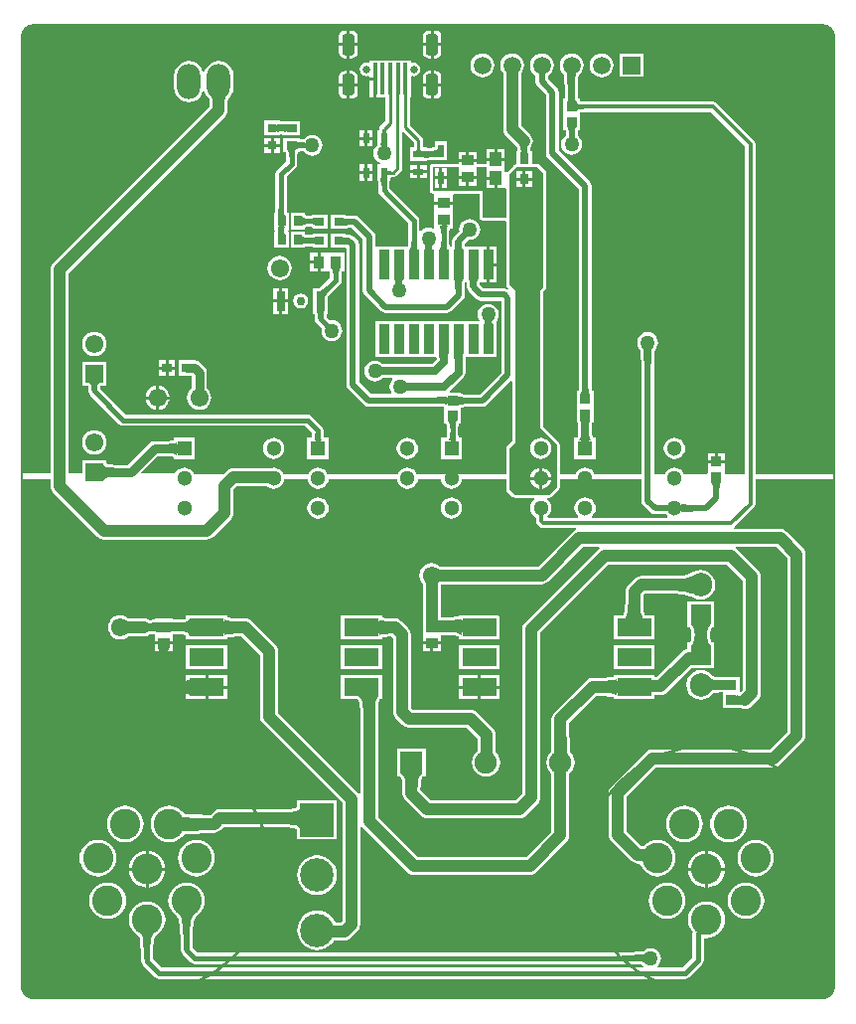
<source format=gtl>
G04*
G04 #@! TF.GenerationSoftware,Altium Limited,Altium Designer,20.0.10 (225)*
G04*
G04 Layer_Physical_Order=1*
G04 Layer_Color=255*
%FSLAX44Y44*%
%MOMM*%
G71*
G01*
G75*
%ADD10C,0.2540*%
%ADD11C,0.2000*%
%ADD17C,1.0000*%
%ADD20R,0.9000X0.8000*%
%ADD21R,0.8000X1.7000*%
%ADD22R,0.9500X0.8500*%
%ADD23R,0.6000X0.9000*%
%ADD24R,0.5010X1.1112*%
%ADD25R,0.9000X0.6000*%
%ADD26R,1.0500X0.9500*%
%ADD27R,1.0121X1.2084*%
%ADD28R,0.8000X0.9000*%
%ADD29R,0.9000X2.5000*%
%ADD30R,3.0000X1.5000*%
%ADD31R,0.7000X0.9000*%
%ADD32R,0.9500X1.0500*%
%ADD33R,0.8000X0.8000*%
%ADD34R,0.9000X0.7000*%
%ADD35R,0.7620X0.7112*%
%ADD36R,0.4064X2.7000*%
%ADD37R,1.0000X0.9000*%
%ADD50C,0.7500*%
%ADD59R,2.8542X2.8542*%
%ADD60C,2.8542*%
%ADD61R,1.3000X1.3000*%
%ADD62C,1.3000*%
%ADD66C,0.4500*%
%ADD67C,0.3540*%
%ADD68C,0.5500*%
%ADD69C,0.7500*%
%ADD70C,0.6500*%
%ADD71C,0.5400*%
%ADD72C,0.7000*%
%ADD73C,0.7540*%
%ADD74C,2.6000*%
%ADD75C,1.5500*%
%ADD76R,1.8000X1.7000*%
%ADD77O,1.9000X2.0000*%
%ADD78R,1.5500X1.5500*%
%ADD79C,1.5000*%
%ADD80R,1.5000X1.5000*%
%ADD81O,2.0000X3.0000*%
%ADD82R,1.9000X1.9000*%
%ADD83C,1.9000*%
%ADD84C,0.6500*%
G04:AMPARAMS|DCode=85|XSize=1.05mm|YSize=1.85mm|CornerRadius=0.2625mm|HoleSize=0mm|Usage=FLASHONLY|Rotation=180.000|XOffset=0mm|YOffset=0mm|HoleType=Round|Shape=RoundedRectangle|*
%AMROUNDEDRECTD85*
21,1,1.0500,1.3250,0,0,180.0*
21,1,0.5250,1.8500,0,0,180.0*
1,1,0.5250,-0.2625,0.6625*
1,1,0.5250,0.2625,0.6625*
1,1,0.5250,0.2625,-0.6625*
1,1,0.5250,-0.2625,-0.6625*
%
%ADD85ROUNDEDRECTD85*%
%ADD86C,1.2700*%
G36*
X857202Y3929012D02*
X856979Y3928201D01*
X856782Y3926960D01*
X856612Y3925289D01*
X856258Y3917696D01*
X856187Y3910780D01*
X856463Y3907455D01*
X856645Y3906565D01*
X856867Y3905836D01*
X857130Y3905269D01*
X857432Y3904864D01*
X857776Y3904620D01*
X858159Y3904539D01*
X848720D01*
X849104Y3904620D01*
X849447Y3904864D01*
X849750Y3905269D01*
X850013Y3905836D01*
X850235Y3906565D01*
X850417Y3907455D01*
X850558Y3908509D01*
X850705Y3910867D01*
X849678Y3929012D01*
X849429Y3929392D01*
X857451D01*
X857202Y3929012D01*
D02*
G37*
G36*
X558305Y3908759D02*
X558125Y3908423D01*
X557967Y3907860D01*
X557830Y3907073D01*
X557714Y3906061D01*
X557492Y3901677D01*
X557450Y3897630D01*
X547450D01*
X547439Y3899766D01*
X546933Y3907860D01*
X546774Y3908423D01*
X546595Y3908759D01*
X546395Y3908872D01*
X558506D01*
X558305Y3908759D01*
D02*
G37*
G36*
X858183Y3903524D02*
X858343Y3903223D01*
X858610Y3902957D01*
X858984Y3902727D01*
X859464Y3902532D01*
X860052Y3902373D01*
X860746Y3902249D01*
X861547Y3902161D01*
X863469Y3902090D01*
Y3898550D01*
X862455Y3898532D01*
X860746Y3898391D01*
X860052Y3898267D01*
X859464Y3898108D01*
X858984Y3897913D01*
X858610Y3897683D01*
X858343Y3897417D01*
X858183Y3897116D01*
X858129Y3896780D01*
Y3903860D01*
X858183Y3903524D01*
D02*
G37*
G36*
X694701Y3880857D02*
X694790Y3879716D01*
X694867Y3879253D01*
X694967Y3878860D01*
X695088Y3878540D01*
X695232Y3878290D01*
X695398Y3878112D01*
X695586Y3878005D01*
X695796Y3877969D01*
X691044D01*
X691254Y3878005D01*
X691442Y3878112D01*
X691608Y3878290D01*
X691752Y3878540D01*
X691873Y3878860D01*
X691973Y3879253D01*
X692050Y3879716D01*
X692106Y3880251D01*
X692150Y3881534D01*
X694690D01*
X694701Y3880857D01*
D02*
G37*
G36*
X855728Y3883101D02*
X857940D01*
X857513Y3883033D01*
X857130Y3882831D01*
X856793Y3882493D01*
X856500Y3882021D01*
X856253Y3881413D01*
X856050Y3880670D01*
X855892Y3879793D01*
X855801Y3878973D01*
X855885Y3874280D01*
X850995D01*
X851032Y3874405D01*
X851065Y3874745D01*
X851120Y3876074D01*
X851135Y3878026D01*
X850987Y3879793D01*
X850830Y3880670D01*
X850628Y3881413D01*
X850380Y3882021D01*
X850088Y3882493D01*
X849750Y3882831D01*
X849368Y3883033D01*
X848940Y3883101D01*
X851174D01*
X851190Y3885247D01*
X855690D01*
X855728Y3883101D01*
D02*
G37*
G36*
X739453Y3857231D02*
X739371Y3857249D01*
X739128Y3857266D01*
X735054Y3857314D01*
X727346Y3857057D01*
Y3862997D01*
X727428Y3862945D01*
X727671Y3862899D01*
X728075Y3862859D01*
X730263Y3862770D01*
X732672Y3862750D01*
X732896Y3862754D01*
X735495Y3862970D01*
X736551Y3863159D01*
X737445Y3863402D01*
X738177Y3863699D01*
X738747Y3864050D01*
X739155Y3864455D01*
X739400Y3864914D01*
X739483Y3865427D01*
X739453Y3857231D01*
D02*
G37*
G36*
X696144Y3868963D02*
X696032Y3868760D01*
X695933Y3868423D01*
X695847Y3867950D01*
X695775Y3867343D01*
X695669Y3865723D01*
X695610Y3862281D01*
X691110D01*
X691102Y3863563D01*
X690829Y3867950D01*
X690728Y3868423D01*
X690611Y3868760D01*
X690479Y3868963D01*
X690331Y3869030D01*
X696270D01*
X696144Y3868963D01*
D02*
G37*
G36*
X724153Y3866809D02*
X724282Y3864733D01*
X724350Y3864348D01*
X724464Y3863926D01*
X724604Y3863581D01*
X724769Y3863312D01*
X724960Y3863120D01*
X725176Y3863004D01*
X725417Y3862966D01*
X724418D01*
X724461Y3862733D01*
X724557Y3862375D01*
X724666Y3862109D01*
X724787Y3861935D01*
X720967D01*
X721088Y3862109D01*
X721197Y3862375D01*
X721293Y3862733D01*
X721336Y3862966D01*
X720337D01*
X720578Y3863004D01*
X720794Y3863120D01*
X720985Y3863312D01*
X721150Y3863581D01*
X721290Y3863926D01*
X721404Y3864348D01*
X721493Y3864848D01*
X721556Y3865424D01*
X721557Y3865448D01*
X721607Y3867810D01*
X724147D01*
X724153Y3866809D01*
D02*
G37*
G36*
X816107Y3867097D02*
X815885Y3866584D01*
X815689Y3865905D01*
X815520Y3865059D01*
X815376Y3864047D01*
X815302Y3863150D01*
X815365Y3862750D01*
X815542Y3862007D01*
X815758Y3861400D01*
X816014Y3860927D01*
X816309Y3860590D01*
X816643Y3860387D01*
X817017Y3860320D01*
X815139D01*
X815050Y3856495D01*
X810550D01*
X810537Y3858338D01*
X810402Y3860320D01*
X809078D01*
X809357Y3860387D01*
X809608Y3860590D01*
X809828Y3860927D01*
X810020Y3861400D01*
X810182Y3862007D01*
X810258Y3862437D01*
X810080Y3865059D01*
X809911Y3865905D01*
X809715Y3866584D01*
X809493Y3867097D01*
X809245Y3867444D01*
X816355D01*
X816107Y3867097D01*
D02*
G37*
G36*
X694996Y3845821D02*
X695184Y3845766D01*
X695454Y3845718D01*
X695807Y3845676D01*
X697361Y3845589D01*
X699657Y3845560D01*
Y3843020D01*
X698810Y3843017D01*
X694996Y3842759D01*
X694890Y3842698D01*
Y3845882D01*
X694996Y3845821D01*
D02*
G37*
G36*
X696133Y3839753D02*
X696011Y3839550D01*
X695903Y3839213D01*
X695809Y3838741D01*
X695730Y3838133D01*
X695615Y3836513D01*
X695550Y3833070D01*
X691050D01*
X691043Y3834353D01*
X690697Y3839213D01*
X690590Y3839550D01*
X690467Y3839753D01*
X690331Y3839821D01*
X696270D01*
X696133Y3839753D01*
D02*
G37*
G36*
X756997Y3849370D02*
Y3841467D01*
X772577D01*
Y3849370D01*
X781316D01*
Y3840698D01*
X788917D01*
Y3839428D01*
X790187D01*
Y3830846D01*
X796518D01*
X797510Y3830176D01*
Y3806190D01*
X777240Y3806190D01*
X777240Y3829050D01*
X735330Y3829050D01*
X735330Y3849370D01*
X756997D01*
D02*
G37*
G36*
X658228Y3805739D02*
X658475Y3805607D01*
X658888Y3805491D01*
X659465Y3805390D01*
X660208Y3805305D01*
X663426Y3805142D01*
X666395Y3805111D01*
Y3799611D01*
X664828Y3799603D01*
X658888Y3799231D01*
X658475Y3799115D01*
X658228Y3798983D01*
X658146Y3798835D01*
Y3805887D01*
X658228Y3805739D01*
D02*
G37*
G36*
X748292Y3799263D02*
X747910Y3799060D01*
X747572Y3798721D01*
X747280Y3798246D01*
X747032Y3797636D01*
X746830Y3796890D01*
X746673Y3796009D01*
X746560Y3794991D01*
X746470Y3792550D01*
X741970D01*
X741947Y3793839D01*
X741768Y3796009D01*
X741610Y3796890D01*
X741407Y3797636D01*
X741160Y3798246D01*
X740867Y3798721D01*
X740530Y3799060D01*
X740147Y3799263D01*
X739720Y3799331D01*
X748720D01*
X748292Y3799263D01*
D02*
G37*
G36*
X658176Y3789647D02*
X658357Y3789438D01*
X658657Y3789254D01*
X659078Y3789094D01*
X659617Y3788959D01*
X660277Y3788848D01*
X661057Y3788762D01*
X662975Y3788664D01*
X664114Y3788652D01*
Y3783152D01*
X658146Y3783015D01*
X658115Y3789880D01*
X658176Y3789647D01*
D02*
G37*
G36*
X759687Y3784816D02*
X759945Y3781251D01*
X760100Y3780380D01*
X760289Y3779667D01*
X760513Y3779113D01*
X760770Y3778716D01*
X761063Y3778479D01*
X761389Y3778399D01*
X752450D01*
X752777Y3778479D01*
X753070Y3778716D01*
X753327Y3779113D01*
X753551Y3779667D01*
X753740Y3780380D01*
X753895Y3781251D01*
X754015Y3782281D01*
X754153Y3784816D01*
X754170Y3786321D01*
X759670D01*
X759687Y3784816D01*
D02*
G37*
G36*
X746492Y3783867D02*
X746670Y3781707D01*
X746825Y3780829D01*
X747025Y3780087D01*
X747269Y3779479D01*
X747558Y3779007D01*
X747890Y3778669D01*
X748268Y3778467D01*
X748689Y3778399D01*
X739751D01*
X740172Y3778467D01*
X740549Y3778669D01*
X740882Y3779007D01*
X741171Y3779479D01*
X741415Y3780087D01*
X741615Y3780829D01*
X741770Y3781707D01*
X741881Y3782719D01*
X741970Y3785150D01*
X746470D01*
X746492Y3783867D01*
D02*
G37*
G36*
X721092D02*
X721270Y3781707D01*
X721425Y3780829D01*
X721625Y3780087D01*
X721869Y3779479D01*
X722158Y3779007D01*
X722490Y3778669D01*
X722868Y3778467D01*
X723289Y3778399D01*
X714351D01*
X714772Y3778467D01*
X715150Y3778669D01*
X715482Y3779007D01*
X715771Y3779479D01*
X716015Y3780087D01*
X716215Y3780829D01*
X716370Y3781707D01*
X716481Y3782719D01*
X716570Y3785150D01*
X721070D01*
X721092Y3783867D01*
D02*
G37*
G36*
X733792D02*
X733839Y3783296D01*
X735284D01*
X734996Y3782921D01*
X734739Y3782245D01*
X734512Y3781265D01*
X734329Y3780076D01*
X734569Y3779479D01*
X734858Y3779007D01*
X735191Y3778669D01*
X735568Y3778467D01*
X735990Y3778399D01*
X734177D01*
X734012Y3776509D01*
X733785Y3769029D01*
X733770Y3765930D01*
X729270D01*
X729255Y3769029D01*
X728699Y3778399D01*
X727050D01*
X727472Y3778467D01*
X727850Y3778669D01*
X728182Y3779007D01*
X728471Y3779479D01*
X728613Y3779834D01*
X728528Y3781265D01*
X728301Y3782245D01*
X728044Y3782921D01*
X727756Y3783296D01*
X729202D01*
X729270Y3785150D01*
X733770D01*
X733792Y3783867D01*
D02*
G37*
G36*
X708384Y3762920D02*
X709035Y3753460D01*
X710590D01*
X710168Y3753393D01*
X709790Y3753191D01*
X709458Y3752853D01*
X709169Y3752380D01*
X709118Y3752253D01*
X709263Y3750143D01*
X709500Y3749503D01*
X709765Y3749160D01*
X708461D01*
X708459Y3749141D01*
X708370Y3746711D01*
X703870D01*
X703848Y3747993D01*
X703752Y3749160D01*
X702475D01*
X702740Y3749503D01*
X702977Y3750143D01*
X703187Y3751080D01*
X703296Y3751821D01*
X703071Y3752380D01*
X702782Y3752853D01*
X702449Y3753191D01*
X702072Y3753393D01*
X701650Y3753460D01*
X703463D01*
X703647Y3755667D01*
X703856Y3762920D01*
X703870Y3765930D01*
X708370D01*
X708384Y3762920D01*
D02*
G37*
G36*
X773772Y3753392D02*
X773488Y3753188D01*
X773238Y3752848D01*
X773021Y3752371D01*
X772838Y3751758D01*
X772687Y3751009D01*
X772570Y3750123D01*
X772437Y3747944D01*
X772420Y3746650D01*
X766920D01*
X766902Y3747944D01*
X766637Y3751009D01*
X766478Y3751758D01*
X766283Y3752371D01*
X766053Y3752848D01*
X765788Y3753188D01*
X765487Y3753392D01*
X765151Y3753460D01*
X774090D01*
X773772Y3753392D01*
D02*
G37*
G36*
X761063Y3753378D02*
X760770Y3753130D01*
X760513Y3752718D01*
X760289Y3752141D01*
X760100Y3751398D01*
X759945Y3750490D01*
X759825Y3749418D01*
X759687Y3746778D01*
X759670Y3745211D01*
X754170D01*
X754153Y3746778D01*
X753895Y3750490D01*
X753740Y3751398D01*
X753551Y3752141D01*
X753327Y3752718D01*
X753070Y3753130D01*
X752777Y3753378D01*
X752450Y3753460D01*
X761389D01*
X761063Y3753378D01*
D02*
G37*
G36*
X784592Y3720607D02*
X784770Y3718447D01*
X784799Y3718284D01*
X785731D01*
X785511Y3717995D01*
X785313Y3717423D01*
X785169Y3716717D01*
X785369Y3716219D01*
X785658Y3715747D01*
X785991Y3715410D01*
X786368Y3715207D01*
X786789Y3715139D01*
X784966D01*
X784756Y3712308D01*
X784570Y3702670D01*
X780070D01*
X780058Y3705504D01*
X779467Y3715139D01*
X777850D01*
X778272Y3715207D01*
X778650Y3715410D01*
X778982Y3715747D01*
X779271Y3716219D01*
X779383Y3716499D01*
X779327Y3717423D01*
X779129Y3717995D01*
X778909Y3718284D01*
X779841D01*
X779870Y3718447D01*
X779981Y3719460D01*
X780070Y3721890D01*
X784570D01*
X784592Y3720607D01*
D02*
G37*
G36*
X748458Y3690128D02*
X748251Y3689912D01*
X748068Y3689552D01*
X747909Y3689048D01*
X747775Y3688400D01*
X747665Y3687608D01*
X747519Y3685592D01*
X747470Y3683000D01*
X740970D01*
X740958Y3684368D01*
X740665Y3688400D01*
X740531Y3689048D01*
X740372Y3689552D01*
X740190Y3689912D01*
X739982Y3690128D01*
X739751Y3690201D01*
X748689D01*
X748458Y3690128D01*
D02*
G37*
G36*
X761158Y3690103D02*
X760950Y3689810D01*
X760768Y3689323D01*
X760609Y3688640D01*
X760475Y3687763D01*
X760280Y3685423D01*
X760170Y3680450D01*
X753670D01*
X753658Y3682303D01*
X753231Y3688640D01*
X753072Y3689323D01*
X752889Y3689810D01*
X752682Y3690103D01*
X752450Y3690201D01*
X761389D01*
X761158Y3690103D01*
D02*
G37*
G36*
X921483Y3693877D02*
X921373Y3693237D01*
X921276Y3692226D01*
X921063Y3686961D01*
X920960Y3674736D01*
X915460D01*
X914814Y3694144D01*
X921606D01*
X921483Y3693877D01*
D02*
G37*
G36*
X691374Y3678748D02*
X691961Y3678723D01*
X710305Y3678630D01*
Y3672130D01*
X691166Y3671984D01*
Y3678776D01*
X691374Y3678748D01*
D02*
G37*
G36*
X712849Y3665371D02*
X713436Y3665346D01*
X731780Y3665253D01*
Y3658753D01*
X712641Y3658607D01*
Y3665399D01*
X712849Y3665371D01*
D02*
G37*
G36*
X756642Y3654070D02*
X756889Y3653820D01*
X757302Y3653600D01*
X757879Y3653409D01*
X758622Y3653247D01*
X759529Y3653115D01*
X761840Y3652939D01*
X764809Y3652880D01*
Y3647380D01*
X763242Y3647365D01*
X758622Y3647013D01*
X757879Y3646851D01*
X757302Y3646660D01*
X756889Y3646440D01*
X756642Y3646190D01*
X756560Y3645911D01*
Y3654349D01*
X756642Y3654070D01*
D02*
G37*
G36*
X747121Y3645911D02*
X747038Y3646218D01*
X746790Y3646494D01*
X746378Y3646736D01*
X745800Y3646947D01*
X745058Y3647125D01*
X744150Y3647271D01*
X743078Y3647384D01*
X740438Y3647514D01*
X738870Y3647530D01*
Y3653030D01*
X740438Y3653043D01*
X745058Y3653360D01*
X745800Y3653505D01*
X746378Y3653676D01*
X746790Y3653875D01*
X747038Y3654099D01*
X747121Y3654349D01*
Y3645911D01*
D02*
G37*
G36*
X755912Y3632873D02*
X755530Y3632670D01*
X755192Y3632331D01*
X754900Y3631856D01*
X754652Y3631246D01*
X754450Y3630500D01*
X754293Y3629619D01*
X754180Y3628601D01*
X754090Y3626161D01*
X749590D01*
X749567Y3627449D01*
X749388Y3629619D01*
X749230Y3630500D01*
X749027Y3631246D01*
X748780Y3631856D01*
X748487Y3632331D01*
X748150Y3632670D01*
X747767Y3632873D01*
X747340Y3632941D01*
X756340D01*
X755912Y3632873D01*
D02*
G37*
G36*
X754112Y3621271D02*
X754293Y3619101D01*
X754450Y3618220D01*
X754652Y3617474D01*
X754900Y3616864D01*
X755192Y3616389D01*
X755530Y3616050D01*
X755912Y3615847D01*
X756340Y3615779D01*
X747340D01*
X747767Y3615847D01*
X748150Y3616050D01*
X748487Y3616389D01*
X748780Y3616864D01*
X749027Y3617474D01*
X749230Y3618220D01*
X749388Y3619101D01*
X749500Y3620118D01*
X749590Y3622560D01*
X754090D01*
X754112Y3621271D01*
D02*
G37*
G36*
X516771Y3602870D02*
X516658Y3603387D01*
X516320Y3603849D01*
X515758Y3604258D01*
X514971Y3604611D01*
X513958Y3604910D01*
X512720Y3605155D01*
X511258Y3605345D01*
X507658Y3605563D01*
X505521Y3605590D01*
Y3613090D01*
X507658Y3613117D01*
X512720Y3613525D01*
X513958Y3613770D01*
X514971Y3614069D01*
X515758Y3614423D01*
X516320Y3614831D01*
X516658Y3615293D01*
X516771Y3615810D01*
Y3602870D01*
D02*
G37*
G36*
X1067380Y3970000D02*
X1068622Y3969887D01*
X1069989Y3969616D01*
X1071903Y3968823D01*
X1073626Y3967672D01*
X1075091Y3966206D01*
X1076243Y3964483D01*
X1077036Y3962569D01*
X1077440Y3960536D01*
Y3959500D01*
X1077421Y3588367D01*
X1076523Y3587469D01*
X1010234Y3587513D01*
Y3868420D01*
X1009900Y3870102D01*
X1008947Y3871527D01*
X977047Y3903427D01*
X975622Y3904380D01*
X973940Y3904714D01*
X862576D01*
X861737Y3904745D01*
X861116Y3904814D01*
X860730Y3904883D01*
Y3907110D01*
X859186D01*
X859158Y3907202D01*
X859031Y3907823D01*
X858783Y3910815D01*
Y3911360D01*
X858847Y3917623D01*
X859195Y3925097D01*
X859351Y3926625D01*
X859514Y3927653D01*
X859543Y3927758D01*
X860601Y3928569D01*
X862210Y3930667D01*
X863222Y3933109D01*
X863567Y3935730D01*
X863222Y3938351D01*
X862210Y3940793D01*
X860601Y3942891D01*
X858503Y3944500D01*
X856061Y3945511D01*
X853440Y3945857D01*
X850819Y3945511D01*
X848377Y3944500D01*
X846279Y3942891D01*
X844670Y3940793D01*
X843658Y3938351D01*
X843313Y3935730D01*
X843658Y3933109D01*
X844670Y3930667D01*
X846279Y3928569D01*
X847147Y3927904D01*
X848097Y3911114D01*
Y3910656D01*
X847979Y3908762D01*
X847862Y3907887D01*
X847722Y3907202D01*
X847694Y3907110D01*
X846150D01*
Y3904637D01*
X846131Y3904539D01*
X846150Y3904443D01*
Y3893530D01*
Y3880530D01*
X848184D01*
X848301Y3880100D01*
X848417Y3879456D01*
X848544Y3877928D01*
X848531Y3876137D01*
X848519Y3875849D01*
X847100Y3874760D01*
X845675Y3872903D01*
X844779Y3870741D01*
X844473Y3868420D01*
X844779Y3866099D01*
X845675Y3863936D01*
X847100Y3862079D01*
X848957Y3860655D01*
X851119Y3859759D01*
X853440Y3859453D01*
X855761Y3859759D01*
X857923Y3860655D01*
X859780Y3862079D01*
X861205Y3863936D01*
X862101Y3866099D01*
X862407Y3868420D01*
X862101Y3870741D01*
X861205Y3872903D01*
X859780Y3874760D01*
X858448Y3875782D01*
X858394Y3878853D01*
X858457Y3879421D01*
X858579Y3880100D01*
X858696Y3880530D01*
X860730D01*
Y3895757D01*
X861081Y3895820D01*
X862357Y3895926D01*
X972120D01*
X1001446Y3866600D01*
Y3588416D01*
X1000547Y3587519D01*
X983920Y3587530D01*
Y3591270D01*
Y3596790D01*
X976630D01*
X969340D01*
Y3588437D01*
X968442Y3587539D01*
X949359Y3587552D01*
X948966Y3588499D01*
X947517Y3590387D01*
X945629Y3591837D01*
X943430Y3592747D01*
X941070Y3593058D01*
X938710Y3592747D01*
X936511Y3591837D01*
X934623Y3590387D01*
X933174Y3588499D01*
X932786Y3587563D01*
X923604Y3587569D01*
Y3681099D01*
X923653Y3686897D01*
X923861Y3692050D01*
X923922Y3692688D01*
X924550Y3693170D01*
X925975Y3695027D01*
X926871Y3697189D01*
X927177Y3699510D01*
X926871Y3701831D01*
X925975Y3703994D01*
X924550Y3705851D01*
X922693Y3707275D01*
X920531Y3708171D01*
X918210Y3708477D01*
X915889Y3708171D01*
X913727Y3707275D01*
X911870Y3705851D01*
X910445Y3703994D01*
X909549Y3701831D01*
X909243Y3699510D01*
X909549Y3697189D01*
X910445Y3695027D01*
X911870Y3693170D01*
X912266Y3692866D01*
X912816Y3676311D01*
Y3588474D01*
X911918Y3587576D01*
X873138Y3587601D01*
X872766Y3588499D01*
X871317Y3590387D01*
X869429Y3591837D01*
X867230Y3592747D01*
X864870Y3593058D01*
X862510Y3592747D01*
X860311Y3591837D01*
X858423Y3590387D01*
X856974Y3588499D01*
X856606Y3587612D01*
X843330Y3587621D01*
Y3611880D01*
X843242Y3612321D01*
X843173Y3612766D01*
X843144Y3612815D01*
X843133Y3612871D01*
X842883Y3613246D01*
X842649Y3613630D01*
X829360Y3628127D01*
X829360Y3742887D01*
X831141Y3744669D01*
X831703Y3745509D01*
X831900Y3746500D01*
Y3843020D01*
X831900Y3844290D01*
X831703Y3845281D01*
X831141Y3846121D01*
X826061Y3851201D01*
X825221Y3851763D01*
X824230Y3851960D01*
X819587D01*
Y3860222D01*
X819606Y3860320D01*
X819587Y3860416D01*
Y3862890D01*
X819045D01*
X818561Y3863274D01*
X818008Y3864160D01*
X818073Y3864622D01*
X818207Y3865290D01*
X818328Y3865708D01*
X818374Y3865816D01*
X818462Y3865938D01*
X818478Y3865974D01*
X819386Y3867158D01*
X820146Y3868992D01*
X820405Y3870960D01*
X820146Y3872928D01*
X819386Y3874763D01*
X818178Y3876338D01*
X810245Y3884270D01*
Y3929149D01*
X811410Y3930667D01*
X812422Y3933109D01*
X812767Y3935730D01*
X812422Y3938351D01*
X811410Y3940793D01*
X809801Y3942891D01*
X807703Y3944500D01*
X805261Y3945511D01*
X802640Y3945857D01*
X800019Y3945511D01*
X797577Y3944500D01*
X795479Y3942891D01*
X793870Y3940793D01*
X792858Y3938351D01*
X792513Y3935730D01*
X792858Y3933109D01*
X793870Y3930667D01*
X795035Y3929149D01*
Y3881120D01*
X795294Y3879152D01*
X796054Y3877318D01*
X797262Y3875742D01*
X807253Y3865751D01*
X807272Y3865708D01*
X807393Y3865290D01*
X807508Y3864715D01*
X807569Y3863818D01*
X806702Y3862890D01*
X806507D01*
Y3860416D01*
X806488Y3860320D01*
X806507Y3860222D01*
Y3852620D01*
X806430Y3851399D01*
X805976Y3851294D01*
X805516Y3851203D01*
X805483Y3851181D01*
X805445Y3851172D01*
X804349Y3850679D01*
X803973Y3850411D01*
X803587Y3850157D01*
X798277Y3844893D01*
X798216Y3844880D01*
X796986Y3844775D01*
X796730Y3844852D01*
X796518Y3845004D01*
Y3854196D01*
X788917D01*
X781316D01*
Y3851960D01*
X772577D01*
Y3853427D01*
X756997D01*
Y3851960D01*
X735330D01*
X734339Y3851763D01*
X733499Y3851201D01*
X732937Y3850361D01*
X732740Y3849370D01*
X732740Y3829050D01*
X732937Y3828059D01*
X733499Y3827219D01*
X734339Y3826657D01*
X735330Y3826460D01*
X735429D01*
X736430Y3825810D01*
Y3819790D01*
X744220D01*
X752010D01*
Y3825190D01*
X753011Y3826460D01*
X774650Y3826460D01*
X774650Y3806190D01*
X774847Y3805199D01*
X775409Y3804359D01*
X776249Y3803797D01*
X777240Y3803600D01*
X797332Y3803600D01*
X797510Y3802330D01*
X797510Y3749040D01*
X797707Y3748049D01*
X798269Y3747209D01*
X799390Y3746088D01*
X798580Y3745101D01*
X798308Y3745283D01*
X796244Y3745694D01*
X778254D01*
X775088Y3748860D01*
X775150Y3749874D01*
X775243Y3750584D01*
X775305Y3750890D01*
X781050D01*
Y3765930D01*
Y3780970D01*
X762625D01*
X762518Y3781572D01*
X762335Y3784109D01*
X765300Y3787074D01*
X766483Y3786918D01*
X768804Y3787224D01*
X770967Y3788119D01*
X772824Y3789544D01*
X774249Y3791401D01*
X775145Y3793564D01*
X775450Y3795885D01*
X775145Y3798205D01*
X774249Y3800368D01*
X772824Y3802225D01*
X770967Y3803650D01*
X768804Y3804546D01*
X766483Y3804851D01*
X764163Y3804546D01*
X762000Y3803650D01*
X760143Y3802225D01*
X758718Y3800368D01*
X757822Y3798205D01*
X757517Y3795885D01*
X757672Y3794702D01*
X753106Y3790135D01*
X751937Y3788385D01*
X751526Y3786321D01*
Y3784211D01*
X751434Y3782502D01*
X751331Y3781628D01*
X751215Y3780970D01*
X749469D01*
X749355Y3781393D01*
X749241Y3782039D01*
X749104Y3783707D01*
Y3793698D01*
X749145Y3794801D01*
X749237Y3795638D01*
X749359Y3796322D01*
X749470Y3796730D01*
X752010D01*
Y3811230D01*
Y3817250D01*
X744220D01*
X736430D01*
Y3811230D01*
Y3797373D01*
X735263Y3796482D01*
X733841Y3797071D01*
X731520Y3797377D01*
X729199Y3797071D01*
X727037Y3796176D01*
X725180Y3794750D01*
X724974Y3794482D01*
X723704Y3794913D01*
Y3803626D01*
X723332Y3805495D01*
X722273Y3807079D01*
X699389Y3829963D01*
X698184Y3831169D01*
Y3835390D01*
X698203Y3836396D01*
X698263Y3837250D01*
X698840D01*
Y3839724D01*
X698859Y3839821D01*
X699711Y3840290D01*
X700040Y3840405D01*
X701040D01*
X702527Y3840701D01*
X703787Y3841543D01*
X707827Y3845583D01*
X708669Y3846843D01*
X708965Y3848330D01*
Y3878742D01*
X710138Y3879228D01*
X718992Y3870374D01*
Y3866659D01*
X718970Y3865598D01*
X718967Y3865567D01*
X715837D01*
Y3854487D01*
X727250D01*
X727346Y3854468D01*
X727389Y3854476D01*
X727433Y3854469D01*
X727969Y3854487D01*
X729917D01*
Y3854552D01*
X733900Y3854684D01*
X736882D01*
Y3854661D01*
X739348D01*
X739443Y3854642D01*
X739541Y3854661D01*
X746972D01*
Y3870853D01*
X736882D01*
Y3865968D01*
X736616Y3865860D01*
X735983Y3865688D01*
X735159Y3865541D01*
X733100Y3865370D01*
X730075D01*
X729917Y3865376D01*
Y3865567D01*
X727443D01*
X727346Y3865586D01*
X726762Y3866652D01*
Y3871983D01*
X726466Y3873470D01*
X725624Y3874730D01*
X715575Y3884779D01*
Y3907960D01*
X716262D01*
Y3925485D01*
X717532Y3926527D01*
X718690Y3926296D01*
X720949Y3926746D01*
X722864Y3928026D01*
X724144Y3929941D01*
X724593Y3932200D01*
X724144Y3934459D01*
X722864Y3936374D01*
X720949Y3937654D01*
X718690Y3938103D01*
X717532Y3937873D01*
X716262Y3938915D01*
Y3940040D01*
X681118D01*
Y3938915D01*
X679848Y3937873D01*
X678690Y3938103D01*
X676431Y3937654D01*
X674516Y3936374D01*
X673236Y3934459D01*
X672787Y3932200D01*
X673236Y3929941D01*
X674516Y3928026D01*
X676431Y3926746D01*
X678690Y3926296D01*
X679848Y3926527D01*
X681118Y3925485D01*
Y3925270D01*
X685690D01*
Y3924000D01*
X686960D01*
Y3907960D01*
X694615D01*
Y3888223D01*
X690673Y3884281D01*
X689831Y3883020D01*
X689535Y3881534D01*
Y3880856D01*
X689525Y3880540D01*
X687760D01*
Y3869196D01*
X687742Y3869121D01*
X687750Y3869076D01*
X687741Y3869030D01*
X687760Y3868934D01*
Y3867662D01*
X687080Y3867141D01*
X685655Y3865284D01*
X684759Y3863121D01*
X684453Y3860800D01*
X684759Y3858479D01*
X685655Y3856317D01*
X687080Y3854460D01*
X688937Y3853035D01*
X689986Y3852600D01*
X689733Y3851330D01*
X687760D01*
Y3840042D01*
X687746Y3839991D01*
X687758Y3839905D01*
X687741Y3839821D01*
X687760Y3839724D01*
Y3837250D01*
X688241D01*
X688416Y3834780D01*
Y3829146D01*
X688788Y3827277D01*
X689847Y3825693D01*
X692483Y3823057D01*
X692483Y3823057D01*
X713936Y3801603D01*
Y3783990D01*
X713897Y3782908D01*
X713805Y3782074D01*
X713685Y3781393D01*
X713571Y3780970D01*
X686380D01*
X686114Y3782130D01*
Y3790053D01*
X685703Y3792118D01*
X684534Y3793867D01*
X672226Y3806175D01*
X670477Y3807344D01*
X668412Y3807755D01*
X663040D01*
X660716Y3807872D01*
Y3808457D01*
X658242D01*
X658146Y3808476D01*
X658049Y3808457D01*
X657859D01*
X657841Y3808458D01*
X657837Y3808457D01*
X648016D01*
Y3796265D01*
X657837D01*
X657841Y3796264D01*
X657859Y3796265D01*
X658049D01*
X658146Y3796246D01*
X658242Y3796265D01*
X660716D01*
Y3796751D01*
X664173Y3796967D01*
X666178D01*
X675326Y3787820D01*
Y3743960D01*
X675737Y3741896D01*
X676906Y3740146D01*
X690876Y3726176D01*
X692626Y3725007D01*
X694690Y3724596D01*
X746760D01*
X748824Y3725007D01*
X750574Y3726176D01*
X760734Y3736336D01*
X761903Y3738086D01*
X762314Y3740150D01*
Y3747414D01*
X762407Y3749206D01*
X762511Y3750128D01*
X762635Y3750860D01*
X762643Y3750890D01*
X764015D01*
X764071Y3750627D01*
X764277Y3748250D01*
Y3746650D01*
X764687Y3744586D01*
X765856Y3742836D01*
X772206Y3736486D01*
X773956Y3735317D01*
X776020Y3734906D01*
X793486D01*
Y3673954D01*
X775056Y3655524D01*
X762114D01*
X761964Y3655527D01*
X759815Y3655691D01*
X759130Y3655790D01*
Y3656920D01*
X756848D01*
X756832Y3656925D01*
X756778Y3656920D01*
X756656D01*
X756560Y3656939D01*
X756463Y3656920D01*
X749860D01*
X749349Y3658190D01*
X761094Y3669936D01*
X762374Y3671851D01*
X762823Y3674110D01*
Y3683307D01*
X762867Y3685287D01*
X763048Y3687459D01*
X763074Y3687630D01*
X789360D01*
Y3715043D01*
X789379Y3715139D01*
X789360Y3715237D01*
Y3717710D01*
X789360Y3717710D01*
X789360D01*
X789817Y3718806D01*
X790085Y3719156D01*
X790981Y3721319D01*
X791287Y3723640D01*
X790981Y3725961D01*
X790085Y3728123D01*
X788660Y3729980D01*
X786803Y3731405D01*
X784641Y3732301D01*
X782320Y3732607D01*
X779999Y3732301D01*
X777837Y3731405D01*
X775980Y3729980D01*
X774555Y3728123D01*
X773659Y3725961D01*
X773353Y3723640D01*
X773659Y3721319D01*
X774555Y3719156D01*
X774791Y3718849D01*
X774229Y3717710D01*
X686380D01*
Y3687630D01*
X738124D01*
X738285Y3685414D01*
X734155Y3681283D01*
X697793D01*
X692455Y3681311D01*
X692140Y3681720D01*
X690283Y3683145D01*
X688121Y3684041D01*
X685800Y3684347D01*
X683479Y3684041D01*
X681317Y3683145D01*
X679460Y3681720D01*
X678035Y3679863D01*
X677139Y3677701D01*
X676833Y3675380D01*
X677139Y3673059D01*
X678035Y3670897D01*
X679460Y3669040D01*
X681317Y3667615D01*
X683479Y3666719D01*
X685800Y3666413D01*
X688121Y3666719D01*
X690283Y3667615D01*
X692140Y3669040D01*
X692420Y3669404D01*
X700309Y3669464D01*
X700688Y3668784D01*
X700823Y3668198D01*
X699510Y3666486D01*
X698614Y3664324D01*
X698308Y3662003D01*
X698614Y3659682D01*
X699510Y3657520D01*
X700052Y3656813D01*
X699491Y3655674D01*
X682529D01*
X672144Y3666059D01*
Y3783265D01*
X671733Y3785330D01*
X670564Y3787079D01*
X667928Y3789715D01*
X666178Y3790885D01*
X664114Y3791295D01*
X662230D01*
X661266Y3791345D01*
X660716Y3791405D01*
Y3792637D01*
X648016D01*
Y3780445D01*
X658058D01*
X658157Y3780426D01*
X658181Y3780431D01*
X658205Y3780426D01*
X659021Y3780445D01*
X660716D01*
X661356Y3779440D01*
Y3663825D01*
X661767Y3661761D01*
X662936Y3660011D01*
X676481Y3646466D01*
X678231Y3645297D01*
X680295Y3644886D01*
X741142D01*
X742878Y3644801D01*
X743809Y3644703D01*
X744550Y3644584D01*
Y3630340D01*
X746590D01*
X746701Y3629932D01*
X746817Y3629283D01*
X746956Y3627602D01*
Y3621412D01*
X746916Y3620309D01*
X746823Y3619472D01*
X746701Y3618788D01*
X746590Y3618380D01*
X741953D01*
Y3600300D01*
X760033D01*
Y3618380D01*
X757090D01*
X756979Y3618788D01*
X756863Y3619437D01*
X756724Y3621118D01*
Y3627308D01*
X756765Y3628411D01*
X756857Y3629248D01*
X756979Y3629932D01*
X757090Y3630340D01*
X759130D01*
Y3644454D01*
X762828Y3644736D01*
X777290D01*
X779354Y3645147D01*
X781104Y3646316D01*
X801417Y3666629D01*
X802590Y3666143D01*
X802590Y3615493D01*
X798269Y3611171D01*
X797707Y3610331D01*
X797510Y3609340D01*
X797510Y3588549D01*
X796612Y3587651D01*
X721544Y3587700D01*
X721213Y3588499D01*
X719764Y3590387D01*
X717876Y3591837D01*
X715677Y3592747D01*
X713317Y3593058D01*
X710957Y3592747D01*
X708758Y3591837D01*
X706869Y3590387D01*
X705420Y3588499D01*
X705094Y3587710D01*
X645324Y3587749D01*
X645013Y3588499D01*
X643564Y3590387D01*
X641676Y3591837D01*
X639477Y3592747D01*
X637117Y3593058D01*
X634757Y3592747D01*
X632558Y3591837D01*
X630669Y3590387D01*
X629220Y3588499D01*
X628914Y3587759D01*
X607637Y3587773D01*
X607336Y3588499D01*
X605887Y3590387D01*
X603999Y3591837D01*
X601800Y3592747D01*
X599440Y3593058D01*
X597080Y3592747D01*
X596955Y3592696D01*
X596049Y3592815D01*
X565150D01*
X563182Y3592556D01*
X562107Y3592111D01*
X561348Y3591796D01*
X559772Y3590587D01*
X556991Y3587806D01*
X531417Y3587823D01*
X531136Y3588499D01*
X529687Y3590387D01*
X527799Y3591837D01*
X525600Y3592747D01*
X523240Y3593058D01*
X520880Y3592747D01*
X518681Y3591837D01*
X516793Y3590387D01*
X515344Y3588499D01*
X515068Y3587833D01*
X487080Y3587851D01*
X486595Y3589025D01*
X500496Y3602927D01*
X508346D01*
X511012Y3602766D01*
X512302Y3602598D01*
X513338Y3602393D01*
X514069Y3602177D01*
X514200Y3602118D01*
Y3600300D01*
X516674D01*
X516771Y3600281D01*
X516867Y3600300D01*
X532280D01*
Y3618380D01*
X516867D01*
X516771Y3618399D01*
X516674Y3618380D01*
X514200D01*
Y3616562D01*
X514069Y3616503D01*
X513338Y3616287D01*
X512364Y3616095D01*
X508128Y3615753D01*
X497840D01*
X495386Y3615265D01*
X493305Y3613875D01*
X474864Y3595433D01*
X463539D01*
X461609Y3595504D01*
X460098Y3595672D01*
X458829Y3595899D01*
X457849Y3596165D01*
X457180Y3596438D01*
X456830Y3596653D01*
X456800Y3596684D01*
Y3599310D01*
X436220D01*
Y3588783D01*
X435322Y3587885D01*
X424165Y3587892D01*
Y3758590D01*
X557828Y3892253D01*
X559036Y3893828D01*
X559796Y3895662D01*
X560055Y3897630D01*
Y3899085D01*
X560081Y3901598D01*
X560296Y3905848D01*
X560394Y3906703D01*
X560464Y3907103D01*
X561394Y3907816D01*
X563404Y3910436D01*
X564667Y3913486D01*
X565098Y3916760D01*
Y3926760D01*
X564667Y3930034D01*
X563404Y3933084D01*
X561394Y3935704D01*
X558774Y3937714D01*
X555724Y3938977D01*
X552450Y3939408D01*
X549176Y3938977D01*
X546126Y3937714D01*
X543506Y3935704D01*
X541496Y3933084D01*
X540437Y3930527D01*
X539063D01*
X538004Y3933084D01*
X535994Y3935704D01*
X533374Y3937714D01*
X530324Y3938977D01*
X527050Y3939408D01*
X523776Y3938977D01*
X520726Y3937714D01*
X518106Y3935704D01*
X516096Y3933084D01*
X514833Y3930034D01*
X514402Y3926760D01*
Y3916760D01*
X514833Y3913486D01*
X516096Y3910436D01*
X518106Y3907816D01*
X520726Y3905806D01*
X523776Y3904543D01*
X527050Y3904112D01*
X530324Y3904543D01*
X533374Y3905806D01*
X535994Y3907816D01*
X538004Y3910436D01*
X539063Y3912993D01*
X540437D01*
X541496Y3910436D01*
X543506Y3907816D01*
X544383Y3907144D01*
X544785Y3900720D01*
X411182Y3767118D01*
X409974Y3765543D01*
X409214Y3763708D01*
X408955Y3761740D01*
Y3588800D01*
X408057Y3587903D01*
X384430Y3587918D01*
X384430Y3959480D01*
Y3960516D01*
X384834Y3962549D01*
X385627Y3964463D01*
X386779Y3966186D01*
X388244Y3967651D01*
X389967Y3968803D01*
X391881Y3969596D01*
X393914Y3970000D01*
X1067379D01*
X1067380Y3970000D01*
D02*
G37*
G36*
X454312Y3595807D02*
X454650Y3595170D01*
X455214Y3594608D01*
X456004Y3594120D01*
X457019Y3593708D01*
X458260Y3593370D01*
X459726Y3593108D01*
X461419Y3592920D01*
X465480Y3592770D01*
Y3585270D01*
X463336Y3585233D01*
X459726Y3584933D01*
X458260Y3584670D01*
X457019Y3584333D01*
X456004Y3583920D01*
X455214Y3583433D01*
X454650Y3582870D01*
X454312Y3582232D01*
X454199Y3581520D01*
Y3596520D01*
X454312Y3595807D01*
D02*
G37*
G36*
X980975Y3580758D02*
X980640Y3580511D01*
X980345Y3580098D01*
X980089Y3579521D01*
X979872Y3578778D01*
X979695Y3577870D01*
X979557Y3576798D01*
X979400Y3574158D01*
X979380Y3572591D01*
X973880D01*
X973860Y3574158D01*
X973565Y3577870D01*
X973388Y3578778D01*
X973171Y3579521D01*
X972915Y3580098D01*
X972619Y3580511D01*
X972285Y3580758D01*
X971910Y3580840D01*
X981349D01*
X980975Y3580758D01*
D02*
G37*
G36*
X829310Y3844290D02*
X829310Y3843020D01*
Y3746500D01*
X826770Y3743960D01*
X826770Y3627120D01*
X840740Y3611880D01*
Y3576320D01*
X835660Y3571240D01*
X834390Y3569970D01*
X805180Y3569970D01*
X800100Y3575050D01*
X800100Y3609340D01*
X805180Y3614420D01*
X805180Y3743960D01*
X800100Y3749040D01*
X800100Y3843054D01*
X805411Y3848317D01*
X806507Y3848810D01*
X806507Y3848810D01*
X806507Y3848810D01*
X819587D01*
Y3849370D01*
X824230D01*
X829310Y3844290D01*
D02*
G37*
G36*
X946844Y3561878D02*
X947505Y3561754D01*
X948546Y3561646D01*
X953946Y3561406D01*
X966460Y3561290D01*
Y3555790D01*
X946562Y3555064D01*
Y3562016D01*
X946844Y3561878D01*
D02*
G37*
G36*
X912816Y3583070D02*
Y3564890D01*
X913227Y3562826D01*
X914396Y3561076D01*
X920746Y3554726D01*
X922496Y3553557D01*
X924560Y3553146D01*
X933814D01*
X934623Y3552093D01*
X935389Y3551505D01*
X934958Y3550234D01*
X870982D01*
X870551Y3551505D01*
X871317Y3552093D01*
X872766Y3553981D01*
X873677Y3556180D01*
X873988Y3558540D01*
X873677Y3560900D01*
X872766Y3563099D01*
X871317Y3564987D01*
X869429Y3566436D01*
X867230Y3567347D01*
X864870Y3567658D01*
X862510Y3567347D01*
X860311Y3566436D01*
X858423Y3564987D01*
X856974Y3563099D01*
X856063Y3560900D01*
X855752Y3558540D01*
X856063Y3556180D01*
X856974Y3553981D01*
X858423Y3552093D01*
X859189Y3551505D01*
X858758Y3550234D01*
X833305D01*
X832874Y3551505D01*
X833641Y3552093D01*
X835090Y3553981D01*
X836001Y3556180D01*
X836311Y3558540D01*
X836001Y3560900D01*
X835090Y3563099D01*
X833641Y3564987D01*
X832178Y3566110D01*
X832609Y3567380D01*
X834390D01*
X835381Y3567577D01*
X836221Y3568139D01*
X836221Y3568139D01*
X837491Y3569409D01*
X842571Y3574489D01*
X843133Y3575329D01*
X843330Y3576320D01*
Y3583070D01*
X912816Y3583070D01*
D02*
G37*
G36*
X759771Y3449471D02*
X759621Y3450181D01*
X759171Y3450817D01*
X758420Y3451378D01*
X757371Y3451864D01*
X756021Y3452275D01*
X754370Y3452612D01*
X752421Y3452874D01*
X747620Y3453173D01*
X744771Y3453210D01*
Y3463210D01*
X747620Y3463222D01*
X759171Y3463978D01*
X759621Y3464182D01*
X759771Y3464409D01*
Y3449471D01*
D02*
G37*
G36*
X970116Y3414858D02*
X970529Y3414225D01*
X971218Y3413666D01*
X972183Y3413181D01*
X973423Y3412772D01*
X974939Y3412436D01*
X976731Y3412175D01*
X978208Y3412042D01*
X984611Y3412310D01*
Y3403871D01*
X984498Y3403960D01*
X984161Y3404040D01*
X983598Y3404110D01*
X981798Y3404223D01*
X980270Y3404244D01*
X976731Y3404005D01*
X974939Y3403744D01*
X973423Y3403409D01*
X972183Y3402998D01*
X971218Y3402514D01*
X970529Y3401955D01*
X970116Y3401322D01*
X969978Y3400614D01*
Y3415566D01*
X970116Y3414858D01*
D02*
G37*
G36*
X994123Y3399220D02*
X994344Y3399141D01*
X994712Y3399070D01*
X995228Y3399009D01*
X996700Y3398915D01*
X996909Y3398912D01*
X998203Y3398924D01*
Y3398891D01*
X1001412Y3398840D01*
Y3391340D01*
X1000013Y3391335D01*
X994123Y3390960D01*
X994050Y3390870D01*
Y3391310D01*
X989330Y3391340D01*
Y3398840D01*
X994050Y3398885D01*
Y3399309D01*
X994123Y3399220D01*
D02*
G37*
G36*
X725531Y3332378D02*
X724771Y3331928D01*
X724101Y3331178D01*
X723520Y3330128D01*
X723028Y3328778D01*
X722626Y3327128D01*
X722313Y3325178D01*
X722089Y3322928D01*
X721911Y3317528D01*
X711911D01*
X711866Y3320378D01*
X711508Y3325178D01*
X711196Y3327128D01*
X710793Y3328778D01*
X710302Y3330128D01*
X709721Y3331178D01*
X709050Y3331928D01*
X708290Y3332378D01*
X707441Y3332528D01*
X726380D01*
X725531Y3332378D01*
D02*
G37*
G36*
X408955Y3583070D02*
Y3577590D01*
X409214Y3575622D01*
X409974Y3573788D01*
X411182Y3572213D01*
X449282Y3534113D01*
X450858Y3532904D01*
X451617Y3532589D01*
X452692Y3532144D01*
X454660Y3531885D01*
X542290D01*
X544258Y3532144D01*
X546092Y3532904D01*
X547668Y3534113D01*
X562908Y3549352D01*
X564116Y3550927D01*
X564431Y3551687D01*
X564876Y3552762D01*
X565135Y3554730D01*
Y3574440D01*
X568300Y3577605D01*
X592906D01*
X592993Y3577493D01*
X594881Y3576044D01*
X597080Y3575133D01*
X599440Y3574822D01*
X601800Y3575133D01*
X603999Y3576044D01*
X605887Y3577493D01*
X607336Y3579381D01*
X608247Y3581580D01*
X608443Y3583070D01*
X628113D01*
X628309Y3581580D01*
X629220Y3579381D01*
X630669Y3577493D01*
X632558Y3576044D01*
X634757Y3575133D01*
X637117Y3574822D01*
X639477Y3575133D01*
X641676Y3576044D01*
X643564Y3577493D01*
X645013Y3579381D01*
X645924Y3581580D01*
X646120Y3583070D01*
X704313Y3583070D01*
X704509Y3581580D01*
X705420Y3579381D01*
X706869Y3577493D01*
X708758Y3576044D01*
X710957Y3575133D01*
X713317Y3574822D01*
X715677Y3575133D01*
X717876Y3576044D01*
X719764Y3577493D01*
X721213Y3579381D01*
X722124Y3581580D01*
X722320Y3583070D01*
X741990Y3583070D01*
X742186Y3581580D01*
X743097Y3579381D01*
X744546Y3577493D01*
X746434Y3576044D01*
X748633Y3575133D01*
X750993Y3574822D01*
X753353Y3575133D01*
X755552Y3576044D01*
X757441Y3577493D01*
X758890Y3579381D01*
X759801Y3581580D01*
X759997Y3583070D01*
X797510Y3583070D01*
Y3575050D01*
X797707Y3574059D01*
X798269Y3573219D01*
X803349Y3568139D01*
X803349Y3568139D01*
X804189Y3567577D01*
X805180Y3567380D01*
X821778Y3567380D01*
X822209Y3566110D01*
X820746Y3564987D01*
X819297Y3563099D01*
X818386Y3560900D01*
X818075Y3558540D01*
X818386Y3556180D01*
X819297Y3553981D01*
X820746Y3552093D01*
X822634Y3550644D01*
X822990Y3550496D01*
Y3547914D01*
X823325Y3546232D01*
X824278Y3544807D01*
X826351Y3542733D01*
X827777Y3541780D01*
X829459Y3541446D01*
X856820D01*
X857284Y3540263D01*
D01*
D01*
X855987Y3539726D01*
X854412Y3538517D01*
X824890Y3508995D01*
X741052D01*
X739249Y3510378D01*
X736746Y3511415D01*
X734060Y3511769D01*
X731374Y3511415D01*
X728871Y3510378D01*
X726721Y3508729D01*
X725072Y3506579D01*
X724035Y3504076D01*
X723681Y3501390D01*
X724035Y3498704D01*
X725072Y3496201D01*
X726455Y3494398D01*
Y3458210D01*
X726520Y3457716D01*
Y3450270D01*
Y3445080D01*
X734060D01*
X741600D01*
Y3450605D01*
X745921D01*
X747523Y3450584D01*
X752167Y3450294D01*
X753939Y3450056D01*
X755383Y3449762D01*
X756445Y3449438D01*
X757086Y3449142D01*
X757200Y3449056D01*
Y3446900D01*
X759674D01*
X759771Y3446881D01*
X759867Y3446900D01*
X792280D01*
Y3466980D01*
X759867D01*
X759771Y3466999D01*
X759674Y3466980D01*
X757200D01*
Y3466444D01*
X747587Y3465815D01*
X741665D01*
Y3493785D01*
X828040D01*
X828370Y3493828D01*
X830008Y3494044D01*
X831842Y3494804D01*
X833418Y3496012D01*
X862940Y3525535D01*
X876958D01*
X877289Y3524265D01*
X876002Y3523278D01*
X834922Y3482197D01*
D01*
X824469Y3471744D01*
X813772Y3461048D01*
X812564Y3459472D01*
X811804Y3457638D01*
X811545Y3455670D01*
Y3315310D01*
X805840Y3309605D01*
X733400D01*
X724533Y3318472D01*
X724675Y3322757D01*
X724882Y3324845D01*
X725166Y3326615D01*
X725510Y3328026D01*
X725884Y3329051D01*
X726226Y3329669D01*
X726435Y3329903D01*
X726445Y3329909D01*
X726716Y3329957D01*
X728951D01*
Y3332431D01*
X728970Y3332528D01*
X728951Y3332625D01*
Y3354037D01*
X704871D01*
Y3332625D01*
X704851Y3332528D01*
X704871Y3332431D01*
Y3329957D01*
X707105D01*
X707376Y3329909D01*
X707386Y3329903D01*
X707596Y3329669D01*
X707938Y3329051D01*
X708311Y3328026D01*
X708655Y3326615D01*
X708934Y3324876D01*
X709278Y3320261D01*
X709306Y3318485D01*
D01*
Y3315339D01*
X709565Y3313371D01*
X710324Y3311537D01*
X711533Y3309962D01*
X724872Y3296622D01*
X726448Y3295414D01*
X728282Y3294654D01*
X730250Y3294395D01*
X808990D01*
X810958Y3294654D01*
X812793Y3295414D01*
X814368Y3296622D01*
X824528Y3306783D01*
X825736Y3308358D01*
X826496Y3310192D01*
X826755Y3312160D01*
Y3452520D01*
X884530Y3510295D01*
X986180D01*
X999665Y3496810D01*
Y3426625D01*
Y3404098D01*
X997890Y3402323D01*
X996620Y3402849D01*
Y3414880D01*
X984707D01*
X984611Y3414899D01*
X984557Y3414889D01*
X984502Y3414897D01*
X984095Y3414880D01*
X982040D01*
Y3414794D01*
X978270Y3414637D01*
D01*
X977034Y3414748D01*
X975406Y3414985D01*
X974111Y3415272D01*
X973492Y3415477D01*
X972187Y3417177D01*
X969672Y3419107D01*
X966743Y3420320D01*
X963600Y3420734D01*
X960457Y3420320D01*
X957528Y3419107D01*
X955013Y3417177D01*
X953083Y3414662D01*
X951870Y3411733D01*
X951456Y3408590D01*
Y3407590D01*
X951870Y3404447D01*
X953083Y3401518D01*
X955013Y3399003D01*
X957528Y3397073D01*
X960457Y3395860D01*
X963600Y3395446D01*
X966743Y3395860D01*
X967298Y3396090D01*
X969215Y3396884D01*
X969672Y3397073D01*
X972187Y3399003D01*
X973492Y3400703D01*
X974111Y3400908D01*
X975406Y3401195D01*
X977005Y3401428D01*
X980340Y3401653D01*
X981699Y3401634D01*
X982040Y3401613D01*
Y3388300D01*
X993953D01*
X994050Y3388281D01*
X994146Y3388300D01*
X994222D01*
X994296Y3388293D01*
X994321Y3388300D01*
X996620D01*
X996620Y3388300D01*
X997890Y3388388D01*
X999444Y3387744D01*
X1001412Y3387485D01*
X1003380Y3387744D01*
X1005215Y3388504D01*
X1006790Y3389713D01*
X1012648Y3395570D01*
X1013856Y3397145D01*
X1014171Y3397905D01*
X1014588Y3398912D01*
X1014616Y3398979D01*
X1014875Y3400948D01*
Y3499960D01*
X1014616Y3501928D01*
X1013856Y3503763D01*
X1012648Y3505338D01*
X1005308Y3512677D01*
X994708Y3523278D01*
X993421Y3524265D01*
X993492Y3524539D01*
X993752Y3525535D01*
X1028090D01*
X1037605Y3516020D01*
Y3367975D01*
X1022415Y3352785D01*
X922020D01*
X920052Y3352526D01*
X918217Y3351766D01*
X916642Y3350558D01*
X887432Y3321348D01*
X886224Y3319773D01*
X885464Y3317938D01*
X885205Y3315970D01*
Y3280410D01*
X885464Y3278442D01*
X886224Y3276607D01*
X887432Y3275032D01*
X904388Y3258076D01*
X905964Y3256868D01*
X907798Y3256108D01*
X909766Y3255849D01*
X911608D01*
X912003Y3254544D01*
X913447Y3251845D01*
X915388Y3249478D01*
X917755Y3247537D01*
X920454Y3246093D01*
X923384Y3245205D01*
X926430Y3244905D01*
X929476Y3245205D01*
X932406Y3246093D01*
X935105Y3247537D01*
X937472Y3249478D01*
X939414Y3251845D01*
X940856Y3254544D01*
X941745Y3257473D01*
X942045Y3260520D01*
X941745Y3263566D01*
X940856Y3266496D01*
X939414Y3269195D01*
X937472Y3271562D01*
X935105Y3273503D01*
X932406Y3274947D01*
X929476Y3275835D01*
X926430Y3276135D01*
X926096Y3276102D01*
X923384Y3275835D01*
X920454Y3274947D01*
X917755Y3273503D01*
X915388Y3271562D01*
X914976Y3271059D01*
X912916D01*
X900415Y3283560D01*
Y3312820D01*
D01*
X925170Y3337575D01*
X1025565D01*
X1027533Y3337834D01*
X1029367Y3338594D01*
X1030942Y3339803D01*
X1050588Y3359448D01*
X1051796Y3361023D01*
X1052111Y3361783D01*
X1052556Y3362857D01*
X1052815Y3364825D01*
Y3519170D01*
X1052556Y3521138D01*
X1051796Y3522973D01*
X1050588Y3524548D01*
X1036618Y3538517D01*
X1035043Y3539726D01*
X1033208Y3540486D01*
X1031240Y3540745D01*
X991749D01*
X991363Y3542015D01*
X992437Y3542733D01*
X1008947Y3559243D01*
X1009900Y3560668D01*
X1010234Y3562350D01*
Y3583070D01*
X1076534Y3583070D01*
X1077432Y3582172D01*
X1077400Y3151011D01*
X1077297Y3149745D01*
X1077036Y3148431D01*
X1076243Y3146517D01*
X1075091Y3144794D01*
X1073626Y3143329D01*
X1071903Y3142177D01*
X1069989Y3141384D01*
X1068609Y3141110D01*
X1067380Y3140990D01*
X1067379Y3140990D01*
X394950Y3140980D01*
X393914D01*
X391881Y3141384D01*
X389967Y3142177D01*
X388244Y3143329D01*
X386779Y3144794D01*
X385627Y3146517D01*
X384834Y3148431D01*
X384430Y3150464D01*
Y3151500D01*
X384430Y3583070D01*
X408955Y3583070D01*
D02*
G37*
%LPC*%
G36*
X746972Y3847853D02*
X743197D01*
Y3841027D01*
X746972D01*
Y3847853D01*
D02*
G37*
G36*
X740657D02*
X736882D01*
Y3841027D01*
X740657D01*
Y3847853D01*
D02*
G37*
G36*
X772577Y3838927D02*
X766057D01*
Y3832907D01*
X772577D01*
Y3838927D01*
D02*
G37*
G36*
X763517D02*
X756997D01*
Y3832907D01*
X763517D01*
Y3838927D01*
D02*
G37*
G36*
X746972Y3838487D02*
X743197D01*
Y3831661D01*
X746972D01*
Y3838487D01*
D02*
G37*
G36*
X740657D02*
X736882D01*
Y3831661D01*
X740657D01*
Y3838487D01*
D02*
G37*
G36*
X787647Y3838158D02*
X781316D01*
Y3830846D01*
X787647D01*
Y3838158D01*
D02*
G37*
G36*
X665565Y3965391D02*
X664210D01*
Y3954770D01*
X670831D01*
Y3960125D01*
X670430Y3962140D01*
X669289Y3963849D01*
X667580Y3964990D01*
X665565Y3965391D01*
D02*
G37*
G36*
X737065D02*
X735710D01*
Y3954770D01*
X742331D01*
Y3960125D01*
X741930Y3962140D01*
X740789Y3963849D01*
X739080Y3964990D01*
X737065Y3965391D01*
D02*
G37*
G36*
X733170D02*
X731815D01*
X729800Y3964990D01*
X728091Y3963849D01*
X726950Y3962140D01*
X726549Y3960125D01*
Y3954770D01*
X733170D01*
Y3965391D01*
D02*
G37*
G36*
X661670D02*
X660315D01*
X658300Y3964990D01*
X656591Y3963849D01*
X655450Y3962140D01*
X655049Y3960125D01*
Y3954770D01*
X661670D01*
Y3965391D01*
D02*
G37*
G36*
X742331Y3952230D02*
X735710D01*
Y3941609D01*
X737065D01*
X739080Y3942010D01*
X740789Y3943151D01*
X741930Y3944860D01*
X742331Y3946875D01*
Y3952230D01*
D02*
G37*
G36*
X733170D02*
X726549D01*
Y3946875D01*
X726950Y3944860D01*
X728091Y3943151D01*
X729800Y3942010D01*
X731815Y3941609D01*
X733170D01*
Y3952230D01*
D02*
G37*
G36*
X670831D02*
X664210D01*
Y3941609D01*
X665565D01*
X667580Y3942010D01*
X669289Y3943151D01*
X670430Y3944860D01*
X670831Y3946875D01*
Y3952230D01*
D02*
G37*
G36*
X661670D02*
X655049D01*
Y3946875D01*
X655450Y3944860D01*
X656591Y3943151D01*
X658300Y3942010D01*
X660315Y3941609D01*
X661670D01*
Y3952230D01*
D02*
G37*
G36*
X914280Y3945770D02*
X894200D01*
Y3925690D01*
X914280D01*
Y3945770D01*
D02*
G37*
G36*
X878840Y3945857D02*
X876219Y3945511D01*
X873777Y3944500D01*
X871679Y3942891D01*
X870070Y3940793D01*
X869058Y3938351D01*
X868713Y3935730D01*
X869058Y3933109D01*
X870070Y3930667D01*
X871679Y3928569D01*
X873777Y3926960D01*
X876219Y3925948D01*
X878840Y3925603D01*
X881461Y3925948D01*
X883903Y3926960D01*
X886001Y3928569D01*
X887610Y3930667D01*
X888622Y3933109D01*
X888967Y3935730D01*
X888622Y3938351D01*
X887610Y3940793D01*
X886001Y3942891D01*
X883903Y3944500D01*
X881461Y3945511D01*
X878840Y3945857D01*
D02*
G37*
G36*
X777240D02*
X774619Y3945511D01*
X772177Y3944500D01*
X770079Y3942891D01*
X768470Y3940793D01*
X767458Y3938351D01*
X767113Y3935730D01*
X767458Y3933109D01*
X768470Y3930667D01*
X770079Y3928569D01*
X772177Y3926960D01*
X774619Y3925948D01*
X777240Y3925603D01*
X779861Y3925948D01*
X782303Y3926960D01*
X784401Y3928569D01*
X786010Y3930667D01*
X787022Y3933109D01*
X787367Y3935730D01*
X787022Y3938351D01*
X786010Y3940793D01*
X784401Y3942891D01*
X782303Y3944500D01*
X779861Y3945511D01*
X777240Y3945857D01*
D02*
G37*
G36*
X665565Y3930891D02*
X664210D01*
Y3920270D01*
X670831D01*
Y3925625D01*
X670430Y3927640D01*
X669289Y3929349D01*
X667580Y3930490D01*
X665565Y3930891D01*
D02*
G37*
G36*
X737065D02*
X735710D01*
Y3920270D01*
X742331D01*
Y3925625D01*
X741930Y3927640D01*
X740789Y3929349D01*
X739080Y3930490D01*
X737065Y3930891D01*
D02*
G37*
G36*
X733170D02*
X731815D01*
X729800Y3930490D01*
X728091Y3929349D01*
X726950Y3927640D01*
X726549Y3925625D01*
Y3920270D01*
X733170D01*
Y3930891D01*
D02*
G37*
G36*
X661670D02*
X660315D01*
X658300Y3930490D01*
X656591Y3929349D01*
X655450Y3927640D01*
X655049Y3925625D01*
Y3920270D01*
X661670D01*
Y3930891D01*
D02*
G37*
G36*
X684420Y3922730D02*
X681118D01*
Y3907960D01*
X684420D01*
Y3922730D01*
D02*
G37*
G36*
X742331Y3917730D02*
X735710D01*
Y3907109D01*
X737065D01*
X739080Y3907510D01*
X740789Y3908651D01*
X741930Y3910360D01*
X742331Y3912375D01*
Y3917730D01*
D02*
G37*
G36*
X733170D02*
X726549D01*
Y3912375D01*
X726950Y3910360D01*
X728091Y3908651D01*
X729800Y3907510D01*
X731815Y3907109D01*
X733170D01*
Y3917730D01*
D02*
G37*
G36*
X670831D02*
X664210D01*
Y3907109D01*
X665565D01*
X667580Y3907510D01*
X669289Y3908651D01*
X670430Y3910360D01*
X670831Y3912375D01*
Y3917730D01*
D02*
G37*
G36*
X661670D02*
X655049D01*
Y3912375D01*
X655450Y3910360D01*
X656591Y3908651D01*
X658300Y3907510D01*
X660315Y3907109D01*
X661670D01*
Y3917730D01*
D02*
G37*
G36*
X602140Y3888829D02*
X602043Y3888810D01*
X591630D01*
Y3875730D01*
X602043D01*
X602140Y3875711D01*
X602205Y3875724D01*
X602271Y3875714D01*
X602334Y3875730D01*
X604710D01*
Y3876653D01*
X606408Y3876760D01*
X607640Y3876223D01*
Y3875730D01*
X610016D01*
X610079Y3875714D01*
X610145Y3875724D01*
X610210Y3875711D01*
X610307Y3875730D01*
X621720D01*
Y3887810D01*
X610307D01*
X610210Y3887829D01*
X610176Y3887823D01*
X610142Y3887828D01*
X609451Y3887810D01*
X607640D01*
Y3887762D01*
X606395Y3887729D01*
X605347Y3887795D01*
X604710Y3887872D01*
Y3888810D01*
X602334D01*
X602271Y3888826D01*
X602205Y3888816D01*
X602140Y3888829D01*
D02*
G37*
G36*
X683840Y3880540D02*
X679570D01*
Y3874770D01*
X683840D01*
Y3880540D01*
D02*
G37*
G36*
X677030D02*
X672760D01*
Y3874770D01*
X677030D01*
Y3880540D01*
D02*
G37*
G36*
X632125Y3876518D02*
X629804Y3876213D01*
X627641Y3875317D01*
X625784Y3873892D01*
X624826Y3872643D01*
X622973Y3872596D01*
X621720Y3873675D01*
Y3873810D01*
X619246D01*
X619150Y3873829D01*
X619053Y3873810D01*
X607640D01*
Y3864397D01*
X607621Y3864301D01*
X607640Y3864203D01*
Y3861730D01*
X609431D01*
X609545Y3861307D01*
X609659Y3860660D01*
X609796Y3858993D01*
Y3853933D01*
X602337Y3846473D01*
X601278Y3844889D01*
X600906Y3843020D01*
Y3812153D01*
X600812Y3810040D01*
X600805Y3809981D01*
X600064D01*
Y3807546D01*
X600045Y3807460D01*
X600049Y3807435D01*
X600044Y3807411D01*
X600064Y3807314D01*
Y3798568D01*
X600044Y3798471D01*
X600049Y3798447D01*
X600045Y3798422D01*
X600064Y3798336D01*
Y3795901D01*
X600064D01*
X600321Y3794631D01*
X600064Y3794161D01*
X600064D01*
Y3791726D01*
X600045Y3791640D01*
X600049Y3791615D01*
X600044Y3791591D01*
X600064Y3791494D01*
Y3780081D01*
X612144D01*
Y3791494D01*
X612163Y3791591D01*
X612144Y3791688D01*
Y3794161D01*
X612036D01*
X611804Y3794631D01*
X612144Y3795901D01*
X612144D01*
Y3798375D01*
X612163Y3798471D01*
X612144Y3798568D01*
Y3807314D01*
X612163Y3807411D01*
X612144Y3807508D01*
Y3809981D01*
X610893D01*
X610857Y3810176D01*
X610674Y3812596D01*
Y3840997D01*
X618133Y3848457D01*
X619192Y3850041D01*
X619564Y3851910D01*
Y3858710D01*
X619603Y3859792D01*
X619695Y3860626D01*
X619815Y3861307D01*
X619929Y3861730D01*
X621720D01*
Y3862513D01*
X623267Y3862611D01*
X624734Y3862580D01*
X625784Y3861211D01*
X627641Y3859786D01*
X629804Y3858890D01*
X632125Y3858585D01*
X634445Y3858890D01*
X636608Y3859786D01*
X638465Y3861211D01*
X639890Y3863068D01*
X640786Y3865231D01*
X641091Y3867552D01*
X640786Y3869872D01*
X639890Y3872035D01*
X638465Y3873892D01*
X636608Y3875317D01*
X634445Y3876213D01*
X632125Y3876518D01*
D02*
G37*
G36*
X604710Y3873810D02*
X599440D01*
Y3868540D01*
X604710D01*
Y3873810D01*
D02*
G37*
G36*
X596900D02*
X591630D01*
Y3868540D01*
X596900D01*
Y3873810D01*
D02*
G37*
G36*
X683840Y3872230D02*
X679570D01*
Y3866460D01*
X683840D01*
Y3872230D01*
D02*
G37*
G36*
X677030D02*
X672760D01*
Y3866460D01*
X677030D01*
Y3872230D01*
D02*
G37*
G36*
X604710Y3866000D02*
X599440D01*
Y3860730D01*
X604710D01*
Y3866000D01*
D02*
G37*
G36*
X596900D02*
X591630D01*
Y3860730D01*
X596900D01*
Y3866000D01*
D02*
G37*
G36*
X796518Y3864048D02*
X790187D01*
Y3856736D01*
X796518D01*
Y3864048D01*
D02*
G37*
G36*
X787647D02*
X781316D01*
Y3856736D01*
X787647D01*
Y3864048D01*
D02*
G37*
G36*
X772577Y3861987D02*
X766057D01*
Y3855967D01*
X772577D01*
Y3861987D01*
D02*
G37*
G36*
X763517D02*
X756997D01*
Y3855967D01*
X763517D01*
Y3861987D01*
D02*
G37*
G36*
X729917Y3850567D02*
X724147D01*
Y3846297D01*
X729917D01*
Y3850567D01*
D02*
G37*
G36*
X721607D02*
X715837D01*
Y3846297D01*
X721607D01*
Y3850567D01*
D02*
G37*
G36*
X683840Y3851330D02*
X679570D01*
Y3845560D01*
X683840D01*
Y3851330D01*
D02*
G37*
G36*
X677030D02*
X672760D01*
Y3845560D01*
X677030D01*
Y3851330D01*
D02*
G37*
G36*
X729917Y3843757D02*
X724147D01*
Y3839487D01*
X729917D01*
Y3843757D01*
D02*
G37*
G36*
X721607D02*
X715837D01*
Y3839487D01*
X721607D01*
Y3843757D01*
D02*
G37*
G36*
X683840Y3843020D02*
X679570D01*
Y3837250D01*
X683840D01*
Y3843020D01*
D02*
G37*
G36*
X677030D02*
X672760D01*
Y3837250D01*
X677030D01*
Y3843020D01*
D02*
G37*
G36*
X623573Y3810000D02*
X623476Y3809981D01*
X614064D01*
Y3795901D01*
X623476D01*
X623573Y3795882D01*
X623670Y3795901D01*
X626144D01*
Y3797692D01*
X626566Y3797805D01*
X627213Y3797920D01*
X628881Y3798057D01*
X629746D01*
X630614Y3798031D01*
X631477Y3797952D01*
X632188Y3797846D01*
X632522Y3797771D01*
Y3796265D01*
X634996D01*
X635093Y3796246D01*
X635189Y3796265D01*
X645222D01*
Y3808457D01*
X635337D01*
X635298Y3808468D01*
X635204Y3808457D01*
X635189D01*
X635093Y3808476D01*
X634996Y3808457D01*
X632522D01*
Y3807993D01*
X630077Y3807825D01*
X629164D01*
X628082Y3807864D01*
X627248Y3807956D01*
X626566Y3808076D01*
X626144Y3808190D01*
Y3809981D01*
X623670D01*
X623573Y3810000D01*
D02*
G37*
G36*
X626144Y3794161D02*
X614064D01*
Y3780081D01*
X623484D01*
X623582Y3780062D01*
X623677Y3780081D01*
X626144D01*
Y3781416D01*
X626361Y3781459D01*
X628803Y3781657D01*
X630414D01*
X630641Y3781653D01*
X632360Y3781513D01*
X632522Y3781488D01*
Y3780445D01*
X634779D01*
X634780Y3780445D01*
X634784Y3780445D01*
X634996D01*
X635093Y3780426D01*
X635189Y3780445D01*
X645222D01*
Y3792637D01*
X635189D01*
X635093Y3792656D01*
X634996Y3792637D01*
X634784D01*
X634780Y3792637D01*
X634779Y3792637D01*
X632522D01*
Y3791594D01*
X632382Y3791572D01*
X630041Y3791425D01*
X629177D01*
X628075Y3791465D01*
X627239Y3791558D01*
X626556Y3791680D01*
X626144Y3791792D01*
Y3794161D01*
D02*
G37*
G36*
X636640Y3775880D02*
X630620D01*
Y3769360D01*
X636640D01*
Y3775880D01*
D02*
G37*
G36*
X789360Y3780970D02*
X783590D01*
Y3767200D01*
X789360D01*
Y3780970D01*
D02*
G37*
G36*
X636640Y3766820D02*
X630620D01*
Y3760300D01*
X636640D01*
Y3766820D01*
D02*
G37*
G36*
X604520Y3773389D02*
X601834Y3773035D01*
X599331Y3771998D01*
X597181Y3770349D01*
X595532Y3768199D01*
X594495Y3765696D01*
X594141Y3763010D01*
X594495Y3760324D01*
X595532Y3757821D01*
X597181Y3755671D01*
X599331Y3754022D01*
X601834Y3752985D01*
X604520Y3752631D01*
X607206Y3752985D01*
X609709Y3754022D01*
X611859Y3755671D01*
X613508Y3757821D01*
X614545Y3760324D01*
X614899Y3763010D01*
X614545Y3765696D01*
X613508Y3768199D01*
X611859Y3770349D01*
X609709Y3771998D01*
X607206Y3773035D01*
X604520Y3773389D01*
D02*
G37*
G36*
X789360Y3764660D02*
X783590D01*
Y3750890D01*
X789360D01*
Y3764660D01*
D02*
G37*
G36*
X611840Y3746110D02*
X606570D01*
Y3736340D01*
X611840D01*
Y3746110D01*
D02*
G37*
G36*
X604030D02*
X598760D01*
Y3736340D01*
X604030D01*
Y3746110D01*
D02*
G37*
G36*
X622300Y3741483D02*
X619846Y3740995D01*
X617765Y3739605D01*
X616375Y3737524D01*
X615887Y3735070D01*
X616375Y3732616D01*
X617765Y3730535D01*
X619846Y3729145D01*
X622300Y3728657D01*
X624754Y3729145D01*
X626835Y3730535D01*
X628225Y3732616D01*
X628713Y3735070D01*
X628225Y3737524D01*
X626835Y3739605D01*
X624754Y3740995D01*
X622300Y3741483D01*
D02*
G37*
G36*
X611840Y3733800D02*
X606570D01*
Y3724030D01*
X611840D01*
Y3733800D01*
D02*
G37*
G36*
X604030D02*
X598760D01*
Y3724030D01*
X604030D01*
Y3733800D01*
D02*
G37*
G36*
X659700Y3775880D02*
X639180D01*
Y3768090D01*
Y3760300D01*
X647160D01*
X647271Y3759892D01*
X647387Y3759243D01*
X647526Y3757562D01*
Y3754703D01*
X641593Y3748770D01*
X639819Y3747202D01*
X639021Y3746591D01*
X638351Y3746147D01*
X638282Y3746110D01*
X632760D01*
Y3726697D01*
X632741Y3726601D01*
X632760Y3726504D01*
Y3724030D01*
X634159D01*
X634208Y3723795D01*
X634416Y3721340D01*
Y3719340D01*
X634788Y3717471D01*
X635847Y3715887D01*
X640243Y3711490D01*
X640003Y3709670D01*
X640309Y3707349D01*
X641205Y3705186D01*
X642630Y3703329D01*
X644487Y3701905D01*
X646649Y3701009D01*
X648970Y3700703D01*
X651291Y3701009D01*
X653453Y3701905D01*
X655310Y3703329D01*
X656735Y3705186D01*
X657631Y3707349D01*
X657937Y3709670D01*
X657631Y3711991D01*
X656735Y3714153D01*
X655310Y3716010D01*
X653453Y3717435D01*
X651291Y3718331D01*
X648970Y3718637D01*
X647150Y3718397D01*
X644184Y3721363D01*
Y3721473D01*
X644283Y3723034D01*
X644379Y3723730D01*
X644441Y3724030D01*
X645840D01*
Y3726504D01*
X645859Y3726601D01*
X645840Y3726697D01*
Y3738553D01*
X645877Y3738621D01*
X646285Y3739237D01*
X648581Y3741944D01*
X655863Y3749227D01*
X656922Y3750811D01*
X657294Y3752680D01*
Y3757268D01*
X657335Y3758371D01*
X657427Y3759208D01*
X657549Y3759892D01*
X657660Y3760300D01*
X659700D01*
Y3775880D01*
D02*
G37*
G36*
X446510Y3708619D02*
X443824Y3708265D01*
X441321Y3707228D01*
X439171Y3705579D01*
X437522Y3703429D01*
X436485Y3700926D01*
X436131Y3698240D01*
X436485Y3695554D01*
X437522Y3693051D01*
X439171Y3690901D01*
X441321Y3689252D01*
X443824Y3688215D01*
X446510Y3687861D01*
X449196Y3688215D01*
X451699Y3689252D01*
X453849Y3690901D01*
X455498Y3693051D01*
X456535Y3695554D01*
X456889Y3698240D01*
X456535Y3700926D01*
X455498Y3703429D01*
X453849Y3705579D01*
X451699Y3707228D01*
X449196Y3708265D01*
X446510Y3708619D01*
D02*
G37*
G36*
X515430Y3684460D02*
X509660D01*
Y3679190D01*
X515430D01*
Y3684460D01*
D02*
G37*
G36*
X507120D02*
X501350D01*
Y3679190D01*
X507120D01*
Y3684460D01*
D02*
G37*
G36*
X515430Y3676650D02*
X509660D01*
Y3671380D01*
X515430D01*
Y3676650D01*
D02*
G37*
G36*
X507120D02*
X501350D01*
Y3671380D01*
X507120D01*
Y3676650D01*
D02*
G37*
G36*
X501650Y3662732D02*
Y3653790D01*
X510592D01*
X510405Y3655206D01*
X509368Y3657709D01*
X507719Y3659859D01*
X505569Y3661508D01*
X503066Y3662545D01*
X501650Y3662732D01*
D02*
G37*
G36*
X499110D02*
X497694Y3662545D01*
X495191Y3661508D01*
X493041Y3659859D01*
X491392Y3657709D01*
X490355Y3655206D01*
X490168Y3653790D01*
X499110D01*
Y3662732D01*
D02*
G37*
G36*
X510592Y3651250D02*
X501650D01*
Y3642308D01*
X503066Y3642495D01*
X505569Y3643532D01*
X507719Y3645181D01*
X509368Y3647331D01*
X510405Y3649834D01*
X510592Y3651250D01*
D02*
G37*
G36*
X499110D02*
X490168D01*
X490355Y3649834D01*
X491392Y3647331D01*
X493041Y3645181D01*
X495191Y3643532D01*
X497694Y3642495D01*
X499110Y3642308D01*
Y3651250D01*
D02*
G37*
G36*
X532430Y3684460D02*
X518350D01*
Y3671380D01*
X529506D01*
Y3660554D01*
X528601Y3659859D01*
X526952Y3657709D01*
X525915Y3655206D01*
X525561Y3652520D01*
X525915Y3649834D01*
X526952Y3647331D01*
X528601Y3645181D01*
X530751Y3643532D01*
X533254Y3642495D01*
X535940Y3642141D01*
X538626Y3642495D01*
X541129Y3643532D01*
X543279Y3645181D01*
X544928Y3647331D01*
X545965Y3649834D01*
X546319Y3652520D01*
X545965Y3655206D01*
X544928Y3657709D01*
X543279Y3659859D01*
X542374Y3660554D01*
Y3674110D01*
X541884Y3676572D01*
X540489Y3678659D01*
X536761Y3682387D01*
X534674Y3683782D01*
X532430Y3684228D01*
Y3684460D01*
D02*
G37*
G36*
X446510Y3624799D02*
X443824Y3624445D01*
X441321Y3623408D01*
X439171Y3621759D01*
X437522Y3619609D01*
X436485Y3617106D01*
X436131Y3614420D01*
X436485Y3611734D01*
X437522Y3609231D01*
X439171Y3607081D01*
X441321Y3605432D01*
X443824Y3604395D01*
X446510Y3604041D01*
X449196Y3604395D01*
X451699Y3605432D01*
X453849Y3607081D01*
X455498Y3609231D01*
X456535Y3611734D01*
X456889Y3614420D01*
X456535Y3617106D01*
X455498Y3619609D01*
X453849Y3621759D01*
X451699Y3623408D01*
X449196Y3624445D01*
X446510Y3624799D01*
D02*
G37*
G36*
X828040Y3945857D02*
X825419Y3945511D01*
X822977Y3944500D01*
X820879Y3942891D01*
X819270Y3940793D01*
X818258Y3938351D01*
X817913Y3935730D01*
X818258Y3933109D01*
X819270Y3930667D01*
X820879Y3928569D01*
X822646Y3927213D01*
Y3921760D01*
X823057Y3919696D01*
X824226Y3917946D01*
X831536Y3910636D01*
Y3860800D01*
X831947Y3858736D01*
X833116Y3856986D01*
X859476Y3830626D01*
Y3661807D01*
X859363Y3659904D01*
X859247Y3659003D01*
X859109Y3658294D01*
X859078Y3658190D01*
X857580D01*
Y3655717D01*
X857561Y3655620D01*
X857580Y3655522D01*
Y3644610D01*
Y3634277D01*
X857561Y3634181D01*
X857575Y3634107D01*
X857565Y3634034D01*
X857580Y3633975D01*
Y3631610D01*
X858644D01*
X858678Y3631424D01*
X858967Y3626957D01*
Y3623871D01*
X858907Y3622239D01*
X858765Y3620956D01*
X858575Y3619885D01*
X858355Y3619072D01*
X858140Y3618539D01*
X858043Y3618380D01*
X855830D01*
Y3615906D01*
X855811Y3615810D01*
X855830Y3615713D01*
Y3600300D01*
X873910D01*
Y3615713D01*
X873929Y3615810D01*
X873910Y3615906D01*
Y3618380D01*
X871697D01*
X871600Y3618539D01*
X871385Y3619072D01*
X871165Y3619885D01*
X870981Y3620921D01*
X870773Y3623432D01*
Y3627933D01*
X870935Y3630428D01*
X871048Y3631349D01*
X871096Y3631610D01*
X872160D01*
Y3633975D01*
X872175Y3634034D01*
X872165Y3634107D01*
X872179Y3634181D01*
X872160Y3634277D01*
Y3644610D01*
Y3655522D01*
X872179Y3655620D01*
X872160Y3655717D01*
Y3658190D01*
X870662D01*
X870631Y3658294D01*
X870505Y3658942D01*
X870264Y3661976D01*
Y3832860D01*
X869853Y3834924D01*
X868684Y3836674D01*
X842324Y3863034D01*
Y3912870D01*
X841913Y3914934D01*
X840744Y3916684D01*
X833434Y3923994D01*
Y3927213D01*
X835201Y3928569D01*
X836810Y3930667D01*
X837822Y3933109D01*
X838167Y3935730D01*
X837822Y3938351D01*
X836810Y3940793D01*
X835201Y3942891D01*
X833103Y3944500D01*
X830661Y3945511D01*
X828040Y3945857D01*
D02*
G37*
G36*
X456800Y3683130D02*
X436220D01*
Y3662550D01*
X441254D01*
X441371Y3662120D01*
X441487Y3661476D01*
X441626Y3659804D01*
Y3658130D01*
X441998Y3656261D01*
X443057Y3654677D01*
X467717Y3630016D01*
X469301Y3628958D01*
X471170Y3628586D01*
X626204D01*
X632233Y3622557D01*
Y3621412D01*
X632192Y3620309D01*
X632100Y3619472D01*
X631977Y3618788D01*
X631867Y3618380D01*
X628077D01*
Y3600300D01*
X646157D01*
Y3618380D01*
X642367D01*
X642256Y3618788D01*
X642140Y3619437D01*
X642001Y3621118D01*
Y3624580D01*
X641629Y3626449D01*
X640570Y3628033D01*
X631680Y3636924D01*
X630096Y3637982D01*
X628227Y3638354D01*
X473193D01*
X451417Y3660130D01*
X451435Y3660609D01*
X451527Y3661441D01*
X451649Y3662120D01*
X451766Y3662550D01*
X456800D01*
Y3683130D01*
D02*
G37*
G36*
X941070Y3618458D02*
X938710Y3618147D01*
X936511Y3617236D01*
X934623Y3615787D01*
X933174Y3613899D01*
X932263Y3611700D01*
X931952Y3609340D01*
X932263Y3606980D01*
X933174Y3604781D01*
X934623Y3602892D01*
X936511Y3601443D01*
X938710Y3600533D01*
X941070Y3600222D01*
X943430Y3600533D01*
X945629Y3601443D01*
X947517Y3602892D01*
X948966Y3604781D01*
X949877Y3606980D01*
X950188Y3609340D01*
X949877Y3611700D01*
X948966Y3613899D01*
X947517Y3615787D01*
X945629Y3617236D01*
X943430Y3618147D01*
X941070Y3618458D01*
D02*
G37*
G36*
X713317D02*
X710957Y3618147D01*
X708758Y3617236D01*
X706869Y3615787D01*
X705420Y3613899D01*
X704509Y3611700D01*
X704199Y3609340D01*
X704509Y3606980D01*
X705420Y3604781D01*
X706869Y3602892D01*
X708758Y3601443D01*
X710957Y3600533D01*
X713317Y3600222D01*
X715677Y3600533D01*
X717876Y3601443D01*
X719764Y3602892D01*
X721213Y3604781D01*
X722124Y3606980D01*
X722435Y3609340D01*
X722124Y3611700D01*
X721213Y3613899D01*
X719764Y3615787D01*
X717876Y3617236D01*
X715677Y3618147D01*
X713317Y3618458D01*
D02*
G37*
G36*
X599440D02*
X597080Y3618147D01*
X594881Y3617236D01*
X592993Y3615787D01*
X591544Y3613899D01*
X590633Y3611700D01*
X590322Y3609340D01*
X590633Y3606980D01*
X591544Y3604781D01*
X592993Y3602892D01*
X594881Y3601443D01*
X597080Y3600533D01*
X599440Y3600222D01*
X601800Y3600533D01*
X603999Y3601443D01*
X605887Y3602892D01*
X607336Y3604781D01*
X608247Y3606980D01*
X608558Y3609340D01*
X608247Y3611700D01*
X607336Y3613899D01*
X605887Y3615787D01*
X603999Y3617236D01*
X601800Y3618147D01*
X599440Y3618458D01*
D02*
G37*
G36*
X983920Y3604850D02*
X977900D01*
Y3599330D01*
X983920D01*
Y3604850D01*
D02*
G37*
G36*
X975360D02*
X969340D01*
Y3599330D01*
X975360D01*
Y3604850D01*
D02*
G37*
%LPD*%
G36*
X602222Y3886008D02*
X602469Y3885800D01*
X602882Y3885618D01*
X603460Y3885459D01*
X604202Y3885325D01*
X605109Y3885215D01*
X606347Y3885137D01*
X610210Y3885240D01*
Y3885023D01*
X610390Y3885020D01*
Y3879520D01*
X610210Y3879519D01*
Y3878300D01*
X610128Y3878532D01*
X609880Y3878740D01*
X609468Y3878922D01*
X608890Y3879081D01*
X608148Y3879215D01*
X607240Y3879325D01*
X606587Y3879366D01*
X604202Y3879215D01*
X603460Y3879081D01*
X602882Y3878922D01*
X602469Y3878740D01*
X602222Y3878532D01*
X602140Y3878300D01*
Y3879517D01*
X601960Y3879520D01*
Y3885020D01*
X602140Y3885025D01*
Y3886240D01*
X602222Y3886008D01*
D02*
G37*
G36*
X619217Y3870966D02*
X619420Y3870722D01*
X619757Y3870506D01*
X620229Y3870319D01*
X620837Y3870161D01*
X621580Y3870032D01*
X622019Y3869981D01*
X626304Y3870089D01*
Y3865014D01*
X626167Y3865068D01*
X625807Y3865117D01*
X625225Y3865161D01*
X623211Y3865202D01*
X620837Y3865051D01*
X620229Y3864941D01*
X619757Y3864811D01*
X619420Y3864661D01*
X619217Y3864491D01*
X619150Y3864301D01*
X618728Y3864233D01*
X618350Y3864030D01*
X618018Y3863693D01*
X617729Y3863221D01*
X617485Y3862613D01*
X617285Y3861870D01*
X617130Y3860993D01*
X617019Y3859980D01*
X616930Y3857550D01*
X612430D01*
X612408Y3858833D01*
X612230Y3860993D01*
X612075Y3861870D01*
X611875Y3862613D01*
X611631Y3863221D01*
X611342Y3863693D01*
X611009Y3864030D01*
X610632Y3864233D01*
X610210Y3864301D01*
X619150D01*
Y3865286D01*
X618964Y3865290D01*
X614898Y3865302D01*
Y3869802D01*
X619150Y3869909D01*
Y3871240D01*
X619217Y3870966D01*
D02*
G37*
G36*
X608055Y3812878D02*
X608285Y3809841D01*
X608423Y3809098D01*
X608592Y3808491D01*
X608791Y3808018D01*
X609021Y3807681D01*
X609282Y3807478D01*
X609573Y3807411D01*
X602634D01*
X602806Y3807478D01*
X602960Y3807681D01*
X603096Y3808018D01*
X603214Y3808491D01*
X603313Y3809098D01*
X603395Y3809841D01*
X603531Y3812878D01*
X603540Y3814160D01*
X608040D01*
X608055Y3812878D01*
D02*
G37*
G36*
X609282Y3798404D02*
X609021Y3798202D01*
X608791Y3797864D01*
X608592Y3797391D01*
X608423Y3796784D01*
X608285Y3796042D01*
X608191Y3795269D01*
X608285Y3794021D01*
X608423Y3793278D01*
X608592Y3792671D01*
X608791Y3792198D01*
X609021Y3791861D01*
X609282Y3791658D01*
X609573Y3791591D01*
X602634D01*
X602806Y3791658D01*
X602960Y3791861D01*
X603096Y3792198D01*
X603214Y3792671D01*
X603313Y3793278D01*
X603395Y3794021D01*
X603419Y3794554D01*
X603214Y3797391D01*
X603096Y3797864D01*
X602960Y3798202D01*
X602806Y3798404D01*
X602634Y3798471D01*
X609573D01*
X609282Y3798404D01*
D02*
G37*
G36*
X623641Y3806989D02*
X623843Y3806612D01*
X624181Y3806279D01*
X624653Y3805990D01*
X625261Y3805746D01*
X626003Y3805546D01*
X626881Y3805391D01*
X627893Y3805280D01*
X629801Y3805210D01*
X634485Y3805532D01*
X634823Y3805636D01*
X635025Y3805754D01*
X635093Y3805887D01*
Y3798835D01*
X635025Y3799188D01*
X634823Y3799503D01*
X634485Y3799782D01*
X634012Y3800023D01*
X633405Y3800227D01*
X632663Y3800394D01*
X631785Y3800524D01*
X630773Y3800617D01*
X629058Y3800669D01*
X629041Y3800669D01*
X626881Y3800491D01*
X626003Y3800336D01*
X625261Y3800136D01*
X624653Y3799892D01*
X624181Y3799604D01*
X623843Y3799271D01*
X623641Y3798893D01*
X623573Y3798471D01*
Y3807411D01*
X623641Y3806989D01*
D02*
G37*
G36*
X623612Y3790613D02*
X623816Y3790231D01*
X624156Y3789893D01*
X624631Y3789601D01*
X625242Y3789354D01*
X625988Y3789151D01*
X626869Y3788994D01*
X627885Y3788881D01*
X629755Y3788812D01*
X632663Y3788995D01*
X633405Y3789110D01*
X634012Y3789250D01*
X634485Y3789416D01*
X634823Y3789608D01*
X635025Y3789824D01*
X635093Y3790067D01*
Y3783015D01*
X635025Y3783258D01*
X634823Y3783475D01*
X634485Y3783666D01*
X634012Y3783832D01*
X633405Y3783972D01*
X632663Y3784087D01*
X630773Y3784240D01*
X629092Y3784275D01*
X629041Y3784275D01*
X626003Y3784029D01*
X625261Y3783881D01*
X624653Y3783701D01*
X624181Y3783488D01*
X623843Y3783242D01*
X623641Y3782963D01*
X623573Y3782651D01*
X623543Y3791041D01*
X623612Y3790613D01*
D02*
G37*
G36*
X656482Y3762833D02*
X656100Y3762630D01*
X655762Y3762291D01*
X655470Y3761816D01*
X655222Y3761206D01*
X655020Y3760460D01*
X654863Y3759579D01*
X654750Y3758561D01*
X654660Y3756121D01*
X650160D01*
X650137Y3757409D01*
X649958Y3759579D01*
X649800Y3760460D01*
X649597Y3761206D01*
X649350Y3761816D01*
X649057Y3762291D01*
X648720Y3762630D01*
X648337Y3762833D01*
X647910Y3762901D01*
X656910D01*
X656482Y3762833D01*
D02*
G37*
G36*
X648043Y3745131D02*
X646846Y3743903D01*
X644212Y3740796D01*
X643652Y3739952D01*
X643251Y3739205D01*
X643009Y3738553D01*
X642927Y3737998D01*
X643003Y3737539D01*
X643239Y3737176D01*
X636906Y3743509D01*
X637269Y3743273D01*
X637728Y3743197D01*
X638283Y3743279D01*
X638935Y3743521D01*
X639682Y3743922D01*
X640526Y3744482D01*
X641465Y3745201D01*
X643633Y3747116D01*
X644861Y3748312D01*
X648043Y3745131D01*
D02*
G37*
G36*
X642943Y3726533D02*
X642651Y3726331D01*
X642393Y3725993D01*
X642169Y3725521D01*
X641980Y3724913D01*
X641825Y3724171D01*
X641705Y3723293D01*
X641567Y3721133D01*
X641550Y3719850D01*
X637050D01*
X637033Y3721133D01*
X636775Y3724171D01*
X636620Y3724913D01*
X636431Y3725521D01*
X636207Y3725993D01*
X635950Y3726331D01*
X635657Y3726533D01*
X635331Y3726601D01*
X643270D01*
X642943Y3726533D01*
D02*
G37*
G36*
X867640Y3662302D02*
X867935Y3658589D01*
X868112Y3657682D01*
X868329Y3656939D01*
X868585Y3656362D01*
X868880Y3655949D01*
X869215Y3655702D01*
X869589Y3655620D01*
X860151D01*
X860525Y3655702D01*
X860860Y3655949D01*
X861155Y3656362D01*
X861411Y3656939D01*
X861628Y3657682D01*
X861805Y3658589D01*
X861943Y3659662D01*
X862100Y3662302D01*
X862120Y3663870D01*
X867620D01*
X867640Y3662302D01*
D02*
G37*
G36*
X869310Y3634083D02*
X869061Y3633791D01*
X868840Y3633303D01*
X868649Y3632621D01*
X868487Y3631743D01*
X868355Y3630670D01*
X868179Y3627940D01*
X868130Y3625005D01*
X868152Y3623707D01*
X868410Y3620587D01*
X868635Y3619319D01*
X868925Y3618247D01*
X869279Y3617369D01*
X869697Y3616687D01*
X870181Y3616200D01*
X870728Y3615907D01*
X871339Y3615810D01*
X858400D01*
X859012Y3615907D01*
X859559Y3616200D01*
X860042Y3616687D01*
X860461Y3617369D01*
X860815Y3618247D01*
X861105Y3619319D01*
X861330Y3620587D01*
X861491Y3622050D01*
X861613Y3625359D01*
X861605Y3626283D01*
X861253Y3631743D01*
X861091Y3632621D01*
X860900Y3633303D01*
X860679Y3633791D01*
X860430Y3634083D01*
X860151Y3634181D01*
X869589D01*
X869310Y3634083D01*
D02*
G37*
G36*
X450583Y3665053D02*
X450200Y3664850D01*
X449863Y3664513D01*
X449570Y3664041D01*
X449323Y3663433D01*
X449120Y3662690D01*
X448963Y3661813D01*
X448850Y3660800D01*
X448760Y3658370D01*
X444260D01*
X444238Y3659653D01*
X444058Y3661813D01*
X443900Y3662690D01*
X443698Y3663433D01*
X443450Y3664041D01*
X443158Y3664513D01*
X442820Y3664850D01*
X442438Y3665053D01*
X442010Y3665121D01*
X451010D01*
X450583Y3665053D01*
D02*
G37*
G36*
X639389Y3621271D02*
X639569Y3619101D01*
X639727Y3618220D01*
X639929Y3617474D01*
X640177Y3616864D01*
X640469Y3616389D01*
X640807Y3616050D01*
X641189Y3615847D01*
X641617Y3615779D01*
X632617D01*
X633044Y3615847D01*
X633427Y3616050D01*
X633764Y3616389D01*
X634057Y3616864D01*
X634304Y3617474D01*
X634507Y3618220D01*
X634664Y3619101D01*
X634777Y3620118D01*
X634867Y3622560D01*
X639367D01*
X639389Y3621271D01*
D02*
G37*
%LPC*%
G36*
X819587Y3845890D02*
X814317D01*
Y3840120D01*
X819587D01*
Y3845890D01*
D02*
G37*
G36*
X811777D02*
X806507D01*
Y3840120D01*
X811777D01*
Y3845890D01*
D02*
G37*
G36*
X819587Y3837580D02*
X814317D01*
Y3831810D01*
X819587D01*
Y3837580D01*
D02*
G37*
G36*
X811777D02*
X806507D01*
Y3831810D01*
X811777D01*
Y3837580D01*
D02*
G37*
G36*
X827193Y3618458D02*
X824833Y3618147D01*
X822634Y3617236D01*
X820746Y3615787D01*
X819297Y3613899D01*
X818386Y3611700D01*
X818075Y3609340D01*
X818386Y3606980D01*
X819297Y3604781D01*
X820746Y3602892D01*
X822634Y3601443D01*
X824833Y3600533D01*
X827193Y3600222D01*
X829553Y3600533D01*
X831752Y3601443D01*
X833641Y3602892D01*
X835090Y3604781D01*
X836001Y3606980D01*
X836311Y3609340D01*
X836001Y3611700D01*
X835090Y3613899D01*
X833641Y3615787D01*
X831752Y3617236D01*
X829553Y3618147D01*
X827193Y3618458D01*
D02*
G37*
G36*
X828463Y3592891D02*
Y3585210D01*
X836144D01*
X836001Y3586300D01*
X835090Y3588499D01*
X833641Y3590387D01*
X831752Y3591837D01*
X829553Y3592747D01*
X828463Y3592891D01*
D02*
G37*
G36*
X825923D02*
X824833Y3592747D01*
X822634Y3591837D01*
X820746Y3590387D01*
X819297Y3588499D01*
X818386Y3586300D01*
X818242Y3585210D01*
X825923D01*
Y3592891D01*
D02*
G37*
G36*
X836144Y3582670D02*
X828463D01*
Y3574989D01*
X829553Y3575133D01*
X831752Y3576044D01*
X833641Y3577493D01*
X835090Y3579381D01*
X836001Y3581580D01*
X836144Y3582670D01*
D02*
G37*
G36*
X825923D02*
X818242D01*
X818386Y3581580D01*
X819297Y3579381D01*
X820746Y3577493D01*
X822634Y3576044D01*
X824833Y3575133D01*
X825923Y3574989D01*
Y3582670D01*
D02*
G37*
G36*
X750993Y3567658D02*
X748633Y3567347D01*
X746434Y3566436D01*
X744546Y3564987D01*
X743097Y3563099D01*
X742186Y3560900D01*
X741875Y3558540D01*
X742186Y3556180D01*
X743097Y3553981D01*
X744546Y3552093D01*
X746434Y3550644D01*
X748633Y3549733D01*
X750993Y3549422D01*
X753353Y3549733D01*
X755552Y3550644D01*
X757441Y3552093D01*
X758890Y3553981D01*
X759801Y3556180D01*
X760111Y3558540D01*
X759801Y3560900D01*
X758890Y3563099D01*
X757441Y3564987D01*
X755552Y3566436D01*
X753353Y3567347D01*
X750993Y3567658D01*
D02*
G37*
G36*
X637117D02*
X634757Y3567347D01*
X632558Y3566436D01*
X630669Y3564987D01*
X629220Y3563099D01*
X628309Y3560900D01*
X627999Y3558540D01*
X628309Y3556180D01*
X629220Y3553981D01*
X630669Y3552093D01*
X632558Y3550644D01*
X634757Y3549733D01*
X637117Y3549422D01*
X639477Y3549733D01*
X641676Y3550644D01*
X643564Y3552093D01*
X645013Y3553981D01*
X645924Y3556180D01*
X646235Y3558540D01*
X645924Y3560900D01*
X645013Y3563099D01*
X643564Y3564987D01*
X641676Y3566436D01*
X639477Y3567347D01*
X637117Y3567658D01*
D02*
G37*
G36*
X963600Y3505824D02*
X960457Y3505410D01*
X959295Y3504929D01*
X958968Y3504864D01*
X958893Y3504814D01*
X958807Y3504791D01*
X958030Y3504405D01*
X957528Y3504197D01*
X957375Y3504080D01*
X957233Y3504009D01*
X955656Y3503338D01*
X954003Y3502743D01*
X952306Y3502234D01*
X948555Y3501417D01*
X946652Y3501141D01*
X942439Y3500811D01*
X941063Y3500785D01*
X912598D01*
X910630Y3500526D01*
X909555Y3500081D01*
X908795Y3499766D01*
X907220Y3498558D01*
X906100Y3497437D01*
X901362Y3492700D01*
X900154Y3491125D01*
X899394Y3489290D01*
X899135Y3487322D01*
Y3479043D01*
X898956Y3474189D01*
X898726Y3472115D01*
X898411Y3470359D01*
X898032Y3468967D01*
X897623Y3467960D01*
X897245Y3467349D01*
X896982Y3467085D01*
X896858Y3467020D01*
X896607Y3466980D01*
X889200D01*
Y3446900D01*
X924280D01*
Y3466980D01*
X916873D01*
X916622Y3467020D01*
X916498Y3467085D01*
X916235Y3467349D01*
X915857Y3467960D01*
X915448Y3468968D01*
X915069Y3470359D01*
X914761Y3472080D01*
X914378Y3476684D01*
X914345Y3478558D01*
Y3484172D01*
X915748Y3485575D01*
X941063D01*
X942438Y3485549D01*
X946652Y3485219D01*
X948555Y3484944D01*
X952306Y3484126D01*
X954003Y3483617D01*
X955655Y3483022D01*
X957233Y3482351D01*
X957375Y3482280D01*
X957528Y3482163D01*
X958030Y3481955D01*
X958807Y3481570D01*
X958893Y3481546D01*
X958968Y3481496D01*
X959295Y3481431D01*
X960457Y3480950D01*
X963600Y3480536D01*
X966743Y3480950D01*
X969672Y3482163D01*
X972187Y3484093D01*
X974117Y3486608D01*
X975330Y3489537D01*
X975744Y3492680D01*
Y3493680D01*
X975330Y3496823D01*
X974117Y3499752D01*
X972187Y3502267D01*
X969672Y3504197D01*
X966743Y3505410D01*
X963600Y3505824D01*
D02*
G37*
G36*
X741600Y3442540D02*
X735330D01*
Y3436770D01*
X741600D01*
Y3438883D01*
Y3442540D01*
D02*
G37*
G36*
X732790D02*
X726520D01*
Y3436770D01*
X732790D01*
Y3442540D01*
D02*
G37*
G36*
X513000D02*
X506730D01*
Y3439341D01*
X510429D01*
X510150Y3439236D01*
X509901Y3438921D01*
X509680Y3438395D01*
X509489Y3437661D01*
X509337Y3436770D01*
X513000D01*
Y3438883D01*
Y3442540D01*
D02*
G37*
G36*
X504190D02*
X497920D01*
Y3436770D01*
X501583D01*
X501431Y3437661D01*
X501240Y3438395D01*
X501020Y3438921D01*
X500770Y3439236D01*
X500490Y3439341D01*
X504190D01*
Y3442540D01*
D02*
G37*
G36*
X924280Y3441580D02*
X889200D01*
Y3421500D01*
X924280D01*
Y3435513D01*
Y3441580D01*
D02*
G37*
G36*
X792280D02*
X757200D01*
Y3421500D01*
X792280D01*
Y3435513D01*
Y3441580D01*
D02*
G37*
G36*
X691870D02*
X656790D01*
Y3421500D01*
X691870D01*
Y3441580D01*
D02*
G37*
G36*
X559870D02*
X524790D01*
Y3421500D01*
X559870D01*
Y3435513D01*
Y3441580D01*
D02*
G37*
G36*
X975140Y3478820D02*
X952060D01*
Y3472717D01*
Y3459407D01*
X952041Y3459311D01*
X952060Y3459214D01*
Y3456740D01*
X954278D01*
X954324Y3456731D01*
X954454Y3456568D01*
X954764Y3455936D01*
X955104Y3454886D01*
X955399Y3453521D01*
X955707Y3450035D01*
X955669Y3449606D01*
X955414Y3447817D01*
X955104Y3446384D01*
X954764Y3445334D01*
X954454Y3444702D01*
X954324Y3444539D01*
X954278Y3444530D01*
X952060D01*
Y3442056D01*
X952041Y3441960D01*
X952060Y3441862D01*
Y3438442D01*
X951252Y3438336D01*
X949417Y3437576D01*
X947842Y3436367D01*
X926270Y3414795D01*
X924280Y3414810D01*
Y3416180D01*
X891867D01*
X891770Y3416199D01*
X891674Y3416180D01*
X891646D01*
X891555Y3416190D01*
X891519Y3416180D01*
X889200D01*
Y3414685D01*
X888735Y3414543D01*
X887672Y3414329D01*
X879518Y3413754D01*
X878526Y3413745D01*
X871220D01*
X869252Y3413486D01*
X867418Y3412726D01*
X865842Y3411518D01*
X838533Y3384208D01*
X837325Y3382633D01*
X836565Y3380799D01*
X836306Y3378831D01*
Y3368194D01*
X836103Y3351182D01*
X835324Y3350584D01*
X833394Y3348069D01*
X832181Y3345140D01*
X831767Y3341997D01*
X832181Y3338854D01*
X833394Y3335925D01*
X835324Y3333410D01*
X836244Y3332704D01*
X836306Y3310858D01*
Y3282921D01*
X814730Y3261345D01*
X721970D01*
X688325Y3294990D01*
Y3384030D01*
Y3384873D01*
X688345Y3386427D01*
X688622Y3391078D01*
X688851Y3392857D01*
X689134Y3394308D01*
X689446Y3395379D01*
X689734Y3396029D01*
X689785Y3396100D01*
X691870D01*
Y3398574D01*
X691889Y3398670D01*
X691870Y3398767D01*
Y3416180D01*
X656790D01*
Y3396100D01*
X670395D01*
X670840Y3396030D01*
X670964Y3395964D01*
X671226Y3395702D01*
X671604Y3395092D01*
X672013Y3394088D01*
X672391Y3392700D01*
X672699Y3390984D01*
X673082Y3386390D01*
X673115Y3384521D01*
Y3332194D01*
Y3315312D01*
X671845Y3314981D01*
X670858Y3316268D01*
X603235Y3383890D01*
Y3436620D01*
X602976Y3438588D01*
X602216Y3440423D01*
X601008Y3441998D01*
X580688Y3462318D01*
X579113Y3463526D01*
X577278Y3464286D01*
X575310Y3464545D01*
X571486D01*
X567014Y3464627D01*
X562964Y3464913D01*
X561478Y3465113D01*
X560335Y3465343D01*
X559870Y3465485D01*
Y3466980D01*
X557551D01*
X557515Y3466990D01*
X557424Y3466980D01*
X557396D01*
X557299Y3466999D01*
X557203Y3466980D01*
X524790D01*
Y3464548D01*
X524530Y3464388D01*
X523928Y3464143D01*
X523031Y3463899D01*
X521895Y3463696D01*
X519158Y3463468D01*
X516614D01*
X513264Y3463635D01*
X513000Y3463665D01*
Y3464350D01*
X510526D01*
X510429Y3464369D01*
X510333Y3464350D01*
X500587D01*
X500490Y3464369D01*
X500489Y3464369D01*
X500487Y3464369D01*
X500391Y3464350D01*
X497920D01*
Y3463457D01*
X493260Y3463137D01*
X492752Y3463526D01*
X490918Y3464286D01*
X488950Y3464545D01*
X475622D01*
X473819Y3465928D01*
X471316Y3466965D01*
X468630Y3467319D01*
X465944Y3466965D01*
X463441Y3465928D01*
X461291Y3464279D01*
X459642Y3462130D01*
X458605Y3459626D01*
X458251Y3456940D01*
X458605Y3454254D01*
X459642Y3451750D01*
X461291Y3449601D01*
X463441Y3447952D01*
X465944Y3446915D01*
X468630Y3446561D01*
X471316Y3446915D01*
X473819Y3447952D01*
X475622Y3449335D01*
X488950D01*
X490918Y3449594D01*
X492752Y3450354D01*
X492760Y3450359D01*
X493310Y3450782D01*
X495598D01*
X497920Y3450673D01*
Y3445080D01*
X505460D01*
X513000D01*
Y3450840D01*
X518058Y3451152D01*
X518669D01*
X520461Y3451086D01*
X521860Y3450930D01*
X523031Y3450721D01*
X523928Y3450477D01*
X524530Y3450232D01*
X524790Y3450072D01*
Y3446900D01*
X557203D01*
X557299Y3446881D01*
X557396Y3446900D01*
X557424D01*
X557515Y3446890D01*
X557551Y3446900D01*
X559870D01*
Y3448395D01*
X560335Y3448537D01*
X561398Y3448751D01*
X569552Y3449326D01*
X570544Y3449335D01*
X572160D01*
X588025Y3433470D01*
Y3380740D01*
X588284Y3378772D01*
X589044Y3376938D01*
X590252Y3375363D01*
X657875Y3307740D01*
Y3206868D01*
X656472Y3205465D01*
X651916D01*
X651877Y3205594D01*
X650315Y3208515D01*
X648215Y3211075D01*
X645655Y3213175D01*
X642734Y3214737D01*
X639566Y3215698D01*
X636270Y3216022D01*
X632975Y3215698D01*
X629806Y3214737D01*
X626885Y3213175D01*
X624325Y3211075D01*
X622225Y3208515D01*
X620663Y3205594D01*
X619702Y3202426D01*
X619378Y3199130D01*
X619702Y3195834D01*
X620663Y3192666D01*
X622225Y3189745D01*
X624325Y3187185D01*
X626885Y3185085D01*
X629806Y3183524D01*
X632975Y3182562D01*
X636270Y3182238D01*
X639566Y3182562D01*
X642734Y3183524D01*
X645655Y3185085D01*
X648215Y3187185D01*
X650315Y3189745D01*
X650588Y3190255D01*
X659622D01*
X661590Y3190514D01*
X663425Y3191274D01*
X665000Y3192482D01*
X670858Y3198340D01*
X672066Y3199915D01*
X672097Y3199989D01*
X672381Y3200675D01*
X672826Y3201750D01*
X673085Y3203718D01*
Y3287418D01*
X674355Y3287749D01*
X675342Y3286462D01*
X713442Y3248362D01*
X715017Y3247154D01*
X716852Y3246394D01*
X718820Y3246135D01*
X817880D01*
X819848Y3246394D01*
X821683Y3247154D01*
X823258Y3248362D01*
X849288Y3274393D01*
X850497Y3275968D01*
X851257Y3277802D01*
X851516Y3279771D01*
Y3310858D01*
X851577Y3332704D01*
X852498Y3333410D01*
X854428Y3335925D01*
X855641Y3338854D01*
X856055Y3341997D01*
X855641Y3345140D01*
X854428Y3348069D01*
X852498Y3350584D01*
X851829Y3351098D01*
X851535Y3375700D01*
X874370Y3398535D01*
X877584D01*
X882056Y3398453D01*
X886106Y3398167D01*
X887592Y3397967D01*
X888735Y3397737D01*
X889200Y3397595D01*
Y3396100D01*
X891519D01*
X891555Y3396090D01*
X891646Y3396100D01*
X891674D01*
X891770Y3396081D01*
X891867Y3396100D01*
X924280D01*
Y3399502D01*
X928557Y3399576D01*
X929412D01*
X931380Y3399836D01*
X933214Y3400595D01*
X934789Y3401804D01*
X940725Y3407740D01*
D01*
X955435Y3422450D01*
X975140D01*
Y3426501D01*
Y3441862D01*
X975159Y3441960D01*
X975140Y3442056D01*
Y3444530D01*
X972922D01*
X972876Y3444539D01*
X972747Y3444702D01*
X972436Y3445334D01*
X972096Y3446384D01*
X971801Y3447749D01*
X971493Y3451235D01*
X971531Y3451664D01*
X971786Y3453453D01*
X972096Y3454886D01*
X972436Y3455936D01*
X972747Y3456568D01*
X972876Y3456731D01*
X972922Y3456740D01*
X975140D01*
Y3459214D01*
X975159Y3459311D01*
X975140Y3459407D01*
Y3474857D01*
Y3478820D01*
D02*
G37*
G36*
X792280Y3416180D02*
X776010D01*
Y3407410D01*
X792280D01*
Y3416180D01*
D02*
G37*
G36*
X773470D02*
X757200D01*
Y3407410D01*
X773470D01*
Y3416180D01*
D02*
G37*
G36*
X559870D02*
X543600D01*
Y3407410D01*
X559870D01*
Y3416180D01*
D02*
G37*
G36*
X541060D02*
X524790D01*
Y3411641D01*
X525711Y3411853D01*
X526446Y3412110D01*
X526971Y3412408D01*
X527286Y3412744D01*
X527391Y3413120D01*
Y3407410D01*
X541060D01*
Y3416180D01*
D02*
G37*
G36*
Y3404870D02*
X527391D01*
Y3399160D01*
X527286Y3399536D01*
X526971Y3399873D01*
X526446Y3400170D01*
X525711Y3400427D01*
X524790Y3400639D01*
Y3396100D01*
X541060D01*
Y3404870D01*
D02*
G37*
G36*
X792280D02*
X776010D01*
Y3396100D01*
X792280D01*
Y3404870D01*
D02*
G37*
G36*
X773470D02*
X757200D01*
Y3396100D01*
X773470D01*
Y3404870D01*
D02*
G37*
G36*
X559870D02*
X543600D01*
Y3396100D01*
X559870D01*
Y3404870D01*
D02*
G37*
G36*
X689299Y3466999D02*
X689203Y3466980D01*
X656790D01*
Y3446900D01*
X689203D01*
X689299Y3446881D01*
X689396Y3446900D01*
X689556D01*
X689590Y3446897D01*
X689599Y3446900D01*
X691870D01*
Y3448455D01*
X692161Y3448554D01*
X693061Y3448755D01*
X699711Y3449276D01*
X701055Y3447932D01*
Y3385328D01*
X701314Y3383359D01*
X702074Y3381525D01*
X703282Y3379950D01*
X709140Y3374092D01*
X710715Y3372884D01*
X711475Y3372569D01*
X712550Y3372124D01*
X714518Y3371865D01*
X763930D01*
X773445Y3362350D01*
Y3351828D01*
X771824Y3350584D01*
X769894Y3348069D01*
X768681Y3345140D01*
X768267Y3341997D01*
X768681Y3338854D01*
X769894Y3335925D01*
X771824Y3333410D01*
X774339Y3331480D01*
X777268Y3330267D01*
X780411Y3329854D01*
X783554Y3330267D01*
X786483Y3331480D01*
X788998Y3333410D01*
X790928Y3335925D01*
X792141Y3338854D01*
X792554Y3341997D01*
X792141Y3345140D01*
X790928Y3348069D01*
X788998Y3350584D01*
X788655Y3350847D01*
Y3365500D01*
X788396Y3367468D01*
X787636Y3369302D01*
X786428Y3370878D01*
X772458Y3384848D01*
X770882Y3386056D01*
X769048Y3386816D01*
X767080Y3387075D01*
X717668D01*
X716265Y3388478D01*
Y3444310D01*
Y3451082D01*
X716006Y3453051D01*
X715561Y3454125D01*
X715246Y3454885D01*
X714038Y3456460D01*
X713695Y3456802D01*
X708180Y3462318D01*
X706605Y3463526D01*
X704771Y3464286D01*
X702802Y3464545D01*
X702075D01*
X698069Y3464626D01*
X694454Y3464910D01*
X693150Y3465105D01*
X692161Y3465326D01*
X691870Y3465425D01*
Y3466980D01*
X689599D01*
X689590Y3466983D01*
X689556Y3466980D01*
X689396D01*
X689299Y3466999D01*
D02*
G37*
G36*
X653081Y3309921D02*
X619459D01*
Y3304513D01*
X619419Y3304262D01*
X619354Y3304138D01*
X619090Y3303875D01*
X618479Y3303497D01*
X617471Y3303088D01*
X616079Y3302709D01*
X614358Y3302401D01*
X609755Y3302018D01*
X607882Y3301985D01*
X553499D01*
X551531Y3301726D01*
X549697Y3300966D01*
X548122Y3299758D01*
X545703Y3297339D01*
X531803Y3297467D01*
X524578Y3297786D01*
X523435Y3297906D01*
X523173Y3298395D01*
X521232Y3300762D01*
X518865Y3302704D01*
X516166Y3304146D01*
X513236Y3305035D01*
X510190Y3305335D01*
X507144Y3305035D01*
X504214Y3304146D01*
X501515Y3302704D01*
X499148Y3300762D01*
X497206Y3298395D01*
X495763Y3295696D01*
X494875Y3292766D01*
X494575Y3289720D01*
X494875Y3286674D01*
X495763Y3283744D01*
X497206Y3281045D01*
X499148Y3278678D01*
X501515Y3276736D01*
X504214Y3275293D01*
X507144Y3274405D01*
X510190Y3274105D01*
X513236Y3274405D01*
X516166Y3275293D01*
X518865Y3276736D01*
X521232Y3278678D01*
X523173Y3281045D01*
X523256Y3281199D01*
X548466Y3282115D01*
X548839D01*
X550808Y3282374D01*
X552642Y3283134D01*
X554217Y3284342D01*
X556650Y3286775D01*
X607396D01*
X612249Y3286595D01*
X614324Y3286366D01*
X616080Y3286051D01*
X617472Y3285672D01*
X618479Y3285263D01*
X619090Y3284885D01*
X619354Y3284622D01*
X619419Y3284498D01*
X619459Y3284247D01*
Y3276299D01*
X653081D01*
Y3309921D01*
D02*
G37*
G36*
X987130Y3305335D02*
X984084Y3305035D01*
X981154Y3304146D01*
X978455Y3302704D01*
X976088Y3300762D01*
X974146Y3298395D01*
X972703Y3295696D01*
X971815Y3292766D01*
X971515Y3289720D01*
X971815Y3286674D01*
X972703Y3283744D01*
X974146Y3281045D01*
X976088Y3278678D01*
X978455Y3276736D01*
X981154Y3275293D01*
X984084Y3274405D01*
X987130Y3274105D01*
X990176Y3274405D01*
X993106Y3275293D01*
X995805Y3276736D01*
X998172Y3278678D01*
X1000114Y3281045D01*
X1001556Y3283744D01*
X1002445Y3286674D01*
X1002745Y3289720D01*
X1002445Y3292766D01*
X1001556Y3295696D01*
X1000114Y3298395D01*
X998172Y3300762D01*
X995805Y3302704D01*
X993106Y3304146D01*
X990176Y3305035D01*
X987130Y3305335D01*
D02*
G37*
G36*
X949730D02*
X946684Y3305035D01*
X943754Y3304146D01*
X941055Y3302704D01*
X938688Y3300762D01*
X936747Y3298395D01*
X935303Y3295696D01*
X934415Y3292766D01*
X934115Y3289720D01*
X934415Y3286674D01*
X935303Y3283744D01*
X936747Y3281045D01*
X938688Y3278678D01*
X941055Y3276736D01*
X943754Y3275293D01*
X946684Y3274405D01*
X949730Y3274105D01*
X952776Y3274405D01*
X955706Y3275293D01*
X958405Y3276736D01*
X960772Y3278678D01*
X962713Y3281045D01*
X964156Y3283744D01*
X965045Y3286674D01*
X965345Y3289720D01*
X965045Y3292766D01*
X964156Y3295696D01*
X962713Y3298395D01*
X960772Y3300762D01*
X958405Y3302704D01*
X955706Y3304146D01*
X952776Y3305035D01*
X949730Y3305335D01*
D02*
G37*
G36*
X472790D02*
X469744Y3305035D01*
X466814Y3304146D01*
X464115Y3302704D01*
X461748Y3300762D01*
X459806Y3298395D01*
X458363Y3295696D01*
X457475Y3292766D01*
X457175Y3289720D01*
X457475Y3286674D01*
X458363Y3283744D01*
X459806Y3281045D01*
X461748Y3278678D01*
X464115Y3276736D01*
X466814Y3275293D01*
X469744Y3274405D01*
X472790Y3274105D01*
X475836Y3274405D01*
X478766Y3275293D01*
X481465Y3276736D01*
X483832Y3278678D01*
X485774Y3281045D01*
X487216Y3283744D01*
X488105Y3286674D01*
X488405Y3289720D01*
X488105Y3292766D01*
X487216Y3295696D01*
X485774Y3298395D01*
X483832Y3300762D01*
X481465Y3302704D01*
X478766Y3304146D01*
X475836Y3305035D01*
X472790Y3305335D01*
D02*
G37*
G36*
X969700Y3266510D02*
Y3252290D01*
X983920D01*
X983745Y3254066D01*
X982857Y3256996D01*
X981414Y3259695D01*
X979472Y3262061D01*
X977105Y3264004D01*
X974406Y3265446D01*
X971476Y3266335D01*
X969700Y3266510D01*
D02*
G37*
G36*
X967160D02*
X965384Y3266335D01*
X962454Y3265446D01*
X959755Y3264004D01*
X957388Y3262061D01*
X955446Y3259695D01*
X954004Y3256996D01*
X953115Y3254066D01*
X952940Y3252290D01*
X967160D01*
Y3266510D01*
D02*
G37*
G36*
X492760D02*
Y3252290D01*
X506980D01*
X506805Y3254066D01*
X505916Y3256996D01*
X504473Y3259695D01*
X502532Y3262061D01*
X502044Y3262462D01*
D01*
X500165Y3264004D01*
X497466Y3265446D01*
X494536Y3266335D01*
X494003Y3266388D01*
D01*
X492760Y3266510D01*
D02*
G37*
G36*
X490220D02*
X488444Y3266335D01*
X485514Y3265446D01*
X482815Y3264004D01*
X480448Y3262061D01*
X478507Y3259695D01*
X477063Y3256996D01*
X476175Y3254066D01*
X476000Y3252290D01*
X490220D01*
Y3266510D01*
D02*
G37*
G36*
X1010330Y3276135D02*
X1007284Y3275835D01*
X1004354Y3274947D01*
X1001655Y3273503D01*
X999288Y3271562D01*
X997346Y3269195D01*
X995903Y3266496D01*
X995015Y3263566D01*
X994715Y3260520D01*
X995015Y3257473D01*
X995903Y3254544D01*
X997346Y3251845D01*
X999288Y3249478D01*
X1001655Y3247537D01*
X1004354Y3246093D01*
X1007284Y3245205D01*
X1010330Y3244905D01*
X1013376Y3245205D01*
X1016306Y3246093D01*
X1019005Y3247537D01*
X1021372Y3249478D01*
X1023314Y3251845D01*
X1024756Y3254544D01*
X1025645Y3257473D01*
X1025945Y3260520D01*
X1025645Y3263566D01*
X1024756Y3266496D01*
X1023314Y3269195D01*
X1021372Y3271562D01*
X1019005Y3273503D01*
X1016306Y3274947D01*
X1013376Y3275835D01*
X1010330Y3276135D01*
D02*
G37*
G36*
X533390D02*
X530344Y3275835D01*
X527414Y3274947D01*
X524715Y3273503D01*
X522348Y3271562D01*
X520406Y3269195D01*
X518964Y3266496D01*
X518075Y3263566D01*
X517775Y3260520D01*
X518075Y3257473D01*
X518964Y3254544D01*
X520406Y3251845D01*
X522348Y3249478D01*
X524715Y3247537D01*
X527414Y3246093D01*
X530344Y3245205D01*
X533390Y3244905D01*
X536436Y3245205D01*
X539366Y3246093D01*
X542065Y3247537D01*
X544432Y3249478D01*
X546373Y3251845D01*
X547817Y3254544D01*
X548705Y3257473D01*
X549005Y3260520D01*
X548705Y3263566D01*
X547817Y3266496D01*
X546373Y3269195D01*
X544432Y3271562D01*
X542065Y3273503D01*
X539366Y3274947D01*
X536436Y3275835D01*
X533390Y3276135D01*
D02*
G37*
G36*
X449490D02*
X446444Y3275835D01*
X443514Y3274947D01*
X440815Y3273503D01*
X438448Y3271562D01*
X436506Y3269195D01*
X435063Y3266496D01*
X434175Y3263566D01*
X433875Y3260520D01*
X434175Y3257473D01*
X435063Y3254544D01*
X436506Y3251845D01*
X438448Y3249478D01*
X440815Y3247537D01*
X443514Y3246093D01*
X446444Y3245205D01*
X449490Y3244905D01*
X452536Y3245205D01*
X455466Y3246093D01*
X458165Y3247537D01*
X460532Y3249478D01*
X462473Y3251845D01*
X463917Y3254544D01*
X464805Y3257473D01*
X465105Y3260520D01*
X464805Y3263566D01*
X463917Y3266496D01*
X462473Y3269195D01*
X460532Y3271562D01*
X458165Y3273503D01*
X455466Y3274947D01*
X452536Y3275835D01*
X449490Y3276135D01*
D02*
G37*
G36*
X983920Y3249750D02*
X969700D01*
Y3235530D01*
X971476Y3235705D01*
X974406Y3236594D01*
X977105Y3238036D01*
X979472Y3239978D01*
X981414Y3242345D01*
X982857Y3245044D01*
X983745Y3247974D01*
X983920Y3249750D01*
D02*
G37*
G36*
X967160D02*
X952940D01*
X953115Y3247974D01*
X954004Y3245044D01*
X955446Y3242345D01*
X957388Y3239978D01*
X959755Y3238036D01*
X962454Y3236594D01*
X965384Y3235705D01*
X967160Y3235530D01*
Y3249750D01*
D02*
G37*
G36*
X506980D02*
X492760D01*
Y3235530D01*
X494536Y3235705D01*
X497466Y3236594D01*
X500165Y3238036D01*
X502532Y3239978D01*
X504473Y3242345D01*
X505916Y3245044D01*
X506805Y3247974D01*
X506980Y3249750D01*
D02*
G37*
G36*
X490220D02*
X476000D01*
X476175Y3247974D01*
X477063Y3245044D01*
X478507Y3242345D01*
X480448Y3239978D01*
X482815Y3238036D01*
X485514Y3236594D01*
X488444Y3235705D01*
X490220Y3235530D01*
Y3249750D01*
D02*
G37*
G36*
X636270Y3263012D02*
X634434Y3262831D01*
X632975Y3262688D01*
X629806Y3261726D01*
X626885Y3260165D01*
X624325Y3258065D01*
X622225Y3255505D01*
X620663Y3252585D01*
X619702Y3249416D01*
X619378Y3246120D01*
X619702Y3242824D01*
X620663Y3239655D01*
X622225Y3236735D01*
X624325Y3234175D01*
X626885Y3232075D01*
X629806Y3230514D01*
X632975Y3229552D01*
X636270Y3229228D01*
X639566Y3229552D01*
X642734Y3230514D01*
X645655Y3232075D01*
X648215Y3234175D01*
X650315Y3236735D01*
X651877Y3239655D01*
X652838Y3242824D01*
X653162Y3246120D01*
X652838Y3249416D01*
X651877Y3252585D01*
X650315Y3255505D01*
X648215Y3258065D01*
X645655Y3260165D01*
X642734Y3261726D01*
X639566Y3262688D01*
X638106Y3262831D01*
X636270Y3263012D01*
D02*
G37*
G36*
X1002030Y3239835D02*
X998984Y3239535D01*
X996054Y3238647D01*
X993355Y3237203D01*
X990988Y3235262D01*
X989046Y3232895D01*
X987604Y3230196D01*
X986715Y3227267D01*
X986415Y3224220D01*
X986715Y3221174D01*
X987604Y3218244D01*
X989046Y3215545D01*
X990988Y3213178D01*
X993355Y3211237D01*
X996054Y3209793D01*
X998984Y3208905D01*
X1002030Y3208605D01*
X1005076Y3208905D01*
X1008006Y3209793D01*
X1010705Y3211237D01*
X1013072Y3213178D01*
X1015014Y3215545D01*
X1016457Y3218244D01*
X1017345Y3221174D01*
X1017645Y3224220D01*
X1017345Y3227267D01*
X1016457Y3230196D01*
X1015014Y3232895D01*
X1013072Y3235262D01*
X1010705Y3237203D01*
X1008006Y3238647D01*
X1005076Y3239535D01*
X1002030Y3239835D01*
D02*
G37*
G36*
X934830D02*
X931784Y3239535D01*
X928854Y3238647D01*
X926155Y3237203D01*
X923788Y3235262D01*
X921846Y3232895D01*
X920404Y3230196D01*
X919515Y3227267D01*
X919215Y3224220D01*
X919515Y3221174D01*
X920404Y3218244D01*
X921846Y3215545D01*
X923788Y3213178D01*
X926155Y3211237D01*
X928854Y3209793D01*
X931784Y3208905D01*
X934830Y3208605D01*
X937876Y3208905D01*
X940806Y3209793D01*
X943505Y3211237D01*
X945872Y3213178D01*
X947813Y3215545D01*
X949257Y3218244D01*
X950145Y3221174D01*
X950445Y3224220D01*
X950145Y3227267D01*
X949257Y3230196D01*
X947813Y3232895D01*
X945872Y3235262D01*
X943505Y3237203D01*
X940806Y3238647D01*
X937876Y3239535D01*
X934830Y3239835D01*
D02*
G37*
G36*
X457890D02*
X454844Y3239535D01*
X451914Y3238647D01*
X449215Y3237203D01*
X446848Y3235262D01*
X444907Y3232895D01*
X443464Y3230196D01*
X442575Y3227267D01*
X442275Y3224220D01*
X442575Y3221174D01*
X443464Y3218244D01*
X444907Y3215545D01*
X446848Y3213178D01*
X449215Y3211237D01*
X451914Y3209793D01*
X454844Y3208905D01*
X457890Y3208605D01*
X460936Y3208905D01*
X463866Y3209793D01*
X466565Y3211237D01*
X468932Y3213178D01*
X470873Y3215545D01*
X472317Y3218244D01*
X473205Y3221174D01*
X473505Y3224220D01*
X473205Y3227267D01*
X472317Y3230196D01*
X470873Y3232895D01*
X468932Y3235262D01*
X466565Y3237203D01*
X463866Y3238647D01*
X460936Y3239535D01*
X457890Y3239835D01*
D02*
G37*
G36*
X525090D02*
X522044Y3239535D01*
X519114Y3238647D01*
X516415Y3237203D01*
X514048Y3235262D01*
X512106Y3232895D01*
X510663Y3230196D01*
X509775Y3227267D01*
X509475Y3224220D01*
X509775Y3221174D01*
X510663Y3218244D01*
X512106Y3215545D01*
X514048Y3213178D01*
X516415Y3211237D01*
X516684Y3211093D01*
X517100Y3210701D01*
X517574Y3209891D01*
X518130Y3208398D01*
X518665Y3206281D01*
X519126Y3203658D01*
X520205Y3187349D01*
X520206Y3187258D01*
Y3182040D01*
X520578Y3180171D01*
X521637Y3178587D01*
X528677Y3171547D01*
X530261Y3170488D01*
X532130Y3170116D01*
X899898D01*
X905389Y3170058D01*
X911699Y3169754D01*
X912970Y3169621D01*
X913773Y3169490D01*
X914410Y3168660D01*
X914678Y3168454D01*
X914247Y3167184D01*
X503673D01*
X496374Y3174483D01*
Y3177094D01*
X496597Y3183818D01*
X497066Y3189239D01*
X497371Y3191223D01*
X497712Y3192735D01*
X498039Y3193687D01*
X498198Y3193966D01*
X498262Y3194019D01*
X500165Y3195037D01*
X502532Y3196978D01*
X504473Y3199345D01*
X505916Y3202044D01*
X506805Y3204973D01*
X507105Y3208020D01*
X506805Y3211066D01*
X505916Y3213996D01*
X504473Y3216695D01*
X502532Y3219062D01*
X500165Y3221003D01*
X497466Y3222447D01*
X494536Y3223335D01*
X491490Y3223635D01*
X488444Y3223335D01*
X485514Y3222447D01*
X482815Y3221003D01*
X480448Y3219062D01*
X478507Y3216695D01*
X477063Y3213996D01*
X476175Y3211066D01*
X475875Y3208020D01*
X476175Y3204973D01*
X477063Y3202044D01*
X478507Y3199345D01*
X480448Y3196978D01*
X482815Y3195037D01*
X484718Y3194019D01*
X484782Y3193966D01*
X484941Y3193687D01*
X485268Y3192735D01*
X485585Y3191327D01*
X486606Y3176825D01*
Y3172460D01*
X486978Y3170591D01*
X488037Y3169007D01*
X498197Y3158847D01*
X499781Y3157788D01*
X501650Y3157416D01*
X949960D01*
X951829Y3157788D01*
X953413Y3158847D01*
X964843Y3170276D01*
X965902Y3171861D01*
X966274Y3173730D01*
Y3191671D01*
X967215Y3192524D01*
X968430Y3192405D01*
X971476Y3192705D01*
X974406Y3193593D01*
X977105Y3195037D01*
X979472Y3196978D01*
X981414Y3199345D01*
X982857Y3202044D01*
X983745Y3204973D01*
X984045Y3208020D01*
X983745Y3211066D01*
X982857Y3213996D01*
X981414Y3216695D01*
X979472Y3219062D01*
X977105Y3221003D01*
X974406Y3222447D01*
X971476Y3223335D01*
X968430Y3223635D01*
X965384Y3223335D01*
X962454Y3222447D01*
X959755Y3221003D01*
X957388Y3219062D01*
X955446Y3216695D01*
X954004Y3213996D01*
X953115Y3211066D01*
X952815Y3208020D01*
X953115Y3204973D01*
X954004Y3202044D01*
X955446Y3199345D01*
X956738Y3197771D01*
X956506Y3196606D01*
Y3175753D01*
X947937Y3167184D01*
X927253D01*
X926822Y3168454D01*
X927090Y3168660D01*
X928515Y3170517D01*
X929411Y3172679D01*
X929717Y3175000D01*
X929411Y3177321D01*
X928515Y3179483D01*
X927090Y3181340D01*
X925233Y3182766D01*
X923071Y3183661D01*
X920750Y3183967D01*
X918429Y3183661D01*
X916267Y3182766D01*
X914410Y3181340D01*
X913923Y3180706D01*
X899843Y3179884D01*
X534153D01*
X529974Y3184063D01*
Y3184508D01*
X530111Y3192233D01*
X530649Y3200360D01*
X531042Y3203587D01*
X531515Y3206281D01*
X532050Y3208398D01*
X532606Y3209891D01*
X533080Y3210701D01*
X533496Y3211093D01*
X533765Y3211237D01*
X536132Y3213178D01*
X538074Y3215545D01*
X539516Y3218244D01*
X540405Y3221174D01*
X540705Y3224220D01*
X540405Y3227267D01*
X539516Y3230196D01*
X538074Y3232895D01*
X536132Y3235262D01*
X533765Y3237203D01*
X531066Y3238647D01*
X528136Y3239535D01*
X525090Y3239835D01*
D02*
G37*
%LPD*%
G36*
X959959Y3483889D02*
X958317Y3484704D01*
X956602Y3485434D01*
X954815Y3486077D01*
X952955Y3486635D01*
X949017Y3487493D01*
X946938Y3487794D01*
X942564Y3488137D01*
X940268Y3488180D01*
Y3498180D01*
X942564Y3498223D01*
X946938Y3498566D01*
X949017Y3498867D01*
X952955Y3499725D01*
X954815Y3500283D01*
X956602Y3500926D01*
X958317Y3501656D01*
X959959Y3502471D01*
Y3483889D01*
D02*
G37*
G36*
X911790Y3476554D02*
X912190Y3471744D01*
X912540Y3469790D01*
X912990Y3468137D01*
X913540Y3466784D01*
X914190Y3465732D01*
X914940Y3464980D01*
X915790Y3464529D01*
X916740Y3464379D01*
X896740D01*
X897690Y3464529D01*
X898540Y3464980D01*
X899290Y3465732D01*
X899940Y3466784D01*
X900490Y3468137D01*
X900940Y3469790D01*
X901290Y3471744D01*
X901540Y3473998D01*
X901740Y3479409D01*
X911740D01*
X911790Y3476554D01*
D02*
G37*
G36*
X527391Y3450310D02*
X527286Y3450975D01*
X526970Y3451570D01*
X526443Y3452095D01*
X525706Y3452550D01*
X524758Y3452935D01*
X523600Y3453250D01*
X522231Y3453495D01*
X520652Y3453670D01*
X518255Y3453759D01*
X511375Y3453335D01*
X510849Y3453189D01*
X510535Y3453025D01*
X510429Y3452841D01*
Y3461779D01*
X510535Y3461595D01*
X510849Y3461430D01*
X511375Y3461285D01*
X512109Y3461159D01*
X513055Y3461053D01*
X517150Y3460849D01*
X518365Y3460836D01*
X518861Y3460845D01*
X522231Y3461125D01*
X523600Y3461370D01*
X524758Y3461685D01*
X525706Y3462070D01*
X526443Y3462525D01*
X526970Y3463050D01*
X527286Y3463645D01*
X527391Y3464310D01*
Y3450310D01*
D02*
G37*
G36*
X538427Y3453772D02*
X538320Y3453779D01*
X536803Y3453796D01*
X528389Y3453810D01*
Y3460810D01*
X538427Y3460848D01*
Y3453772D01*
D02*
G37*
G36*
X500490Y3460443D02*
X502521Y3460440D01*
Y3453440D01*
X500490Y3453432D01*
Y3452841D01*
X500386Y3452954D01*
X500070Y3453056D01*
X499546Y3453146D01*
X498811Y3453224D01*
X495345Y3453386D01*
X493395Y3453406D01*
X492483Y3453402D01*
Y3453415D01*
X489991Y3453440D01*
Y3460440D01*
X491986Y3460453D01*
X498811Y3460922D01*
X499546Y3461096D01*
X500070Y3461297D01*
X500386Y3461525D01*
X500490Y3461779D01*
Y3460443D01*
D02*
G37*
G36*
X557449Y3463940D02*
X557900Y3463521D01*
X558649Y3463150D01*
X559700Y3462829D01*
X561049Y3462557D01*
X562700Y3462335D01*
X566899Y3462039D01*
X572299Y3461940D01*
Y3451940D01*
X569450Y3451915D01*
X561049Y3451323D01*
X559700Y3451051D01*
X558649Y3450730D01*
X557900Y3450359D01*
X557449Y3449940D01*
X557299Y3449471D01*
Y3464409D01*
X557449Y3463940D01*
D02*
G37*
G36*
X971815Y3459160D02*
X971141Y3458711D01*
X970545Y3457961D01*
X970029Y3456910D01*
X969592Y3455561D01*
X969235Y3453911D01*
X968957Y3451960D01*
X968893Y3451235D01*
X969235Y3447360D01*
X969592Y3445710D01*
X970029Y3444359D01*
X970545Y3443310D01*
X971141Y3442560D01*
X971815Y3442109D01*
X972570Y3441960D01*
X954631D01*
X955385Y3442109D01*
X956059Y3442560D01*
X956655Y3443310D01*
X957171Y3444359D01*
X957608Y3445710D01*
X957965Y3447360D01*
X958243Y3449309D01*
X958307Y3450035D01*
X957965Y3453911D01*
X957608Y3455561D01*
X957171Y3456910D01*
X956655Y3457961D01*
X956059Y3458711D01*
X955385Y3459160D01*
X954631Y3459311D01*
X972570D01*
X971815Y3459160D01*
D02*
G37*
G36*
X921756Y3412291D02*
X921988Y3412268D01*
X922916Y3412230D01*
X929412Y3412182D01*
Y3402182D01*
X921679Y3402047D01*
Y3412316D01*
X921756Y3412291D01*
D02*
G37*
G36*
X891770Y3398670D02*
X891620Y3399140D01*
X891171Y3399560D01*
X890421Y3399930D01*
X889370Y3400251D01*
X888020Y3400522D01*
X886370Y3400745D01*
X882170Y3401041D01*
X876770Y3401140D01*
Y3411140D01*
X879621Y3411165D01*
X888020Y3411758D01*
X889370Y3412029D01*
X890421Y3412350D01*
X891171Y3412721D01*
X891620Y3413140D01*
X891770Y3413610D01*
Y3398670D01*
D02*
G37*
G36*
X688619Y3398521D02*
X688011Y3398070D01*
X687474Y3397321D01*
X687009Y3396270D01*
X686615Y3394920D01*
X686293Y3393271D01*
X686042Y3391320D01*
X685756Y3386520D01*
X685720Y3383670D01*
X675720D01*
X675670Y3386520D01*
X675270Y3391320D01*
X674920Y3393271D01*
X674470Y3394920D01*
X673920Y3396270D01*
X673270Y3397321D01*
X672520Y3398070D01*
X671670Y3398521D01*
X670720Y3398670D01*
X689299D01*
X688619Y3398521D01*
D02*
G37*
G36*
X849254Y3349852D02*
X838568D01*
X838633Y3350182D01*
X838691Y3351076D01*
X838897Y3368310D01*
X838911Y3378575D01*
X848911D01*
X849254Y3349852D01*
D02*
G37*
G36*
X848911Y3305420D02*
X838911D01*
X838830Y3333970D01*
X848991D01*
X848911Y3305420D01*
D02*
G37*
G36*
X689435Y3463940D02*
X689840Y3463521D01*
X690515Y3463150D01*
X691460Y3462829D01*
X692675Y3462557D01*
X694161Y3462335D01*
X697941Y3462039D01*
X702802Y3461940D01*
Y3451940D01*
X700237Y3451915D01*
X692675Y3451323D01*
X691460Y3451051D01*
X690515Y3450730D01*
X689840Y3450359D01*
X689435Y3449940D01*
X689299Y3449471D01*
Y3464409D01*
X689435Y3463940D01*
D02*
G37*
G36*
X622060Y3284380D02*
X621910Y3285330D01*
X621459Y3286180D01*
X620707Y3286930D01*
X619655Y3287580D01*
X618302Y3288130D01*
X616649Y3288580D01*
X614695Y3288930D01*
X612440Y3289180D01*
X607029Y3289380D01*
Y3299380D01*
X609885Y3299430D01*
X614695Y3299830D01*
X616649Y3300180D01*
X618302Y3300630D01*
X619655Y3301180D01*
X620707Y3301830D01*
X621459Y3302580D01*
X621910Y3303430D01*
X622060Y3304380D01*
Y3284380D01*
D02*
G37*
G36*
X522093Y3295518D02*
X522978Y3295350D01*
X524385Y3295203D01*
X531735Y3294878D01*
X548839Y3294720D01*
Y3284720D01*
X521730Y3283735D01*
Y3295705D01*
X522093Y3295518D01*
D02*
G37*
G36*
X531032Y3212330D02*
X530257Y3211005D01*
X529574Y3209169D01*
X528981Y3206823D01*
X528480Y3203968D01*
X528069Y3200602D01*
X527522Y3192341D01*
X527340Y3182040D01*
X522840D01*
X522794Y3187446D01*
X521700Y3203968D01*
X521199Y3206823D01*
X520606Y3209169D01*
X519922Y3211005D01*
X519147Y3212330D01*
X518281Y3213146D01*
X531899D01*
X531032Y3212330D01*
D02*
G37*
G36*
X496181Y3195656D02*
X495669Y3194760D01*
X495217Y3193442D01*
X494825Y3191705D01*
X494493Y3189548D01*
X494011Y3183973D01*
X493770Y3176718D01*
X493740Y3172460D01*
X489240D01*
X489210Y3176718D01*
X488155Y3191705D01*
X487763Y3193442D01*
X487311Y3194760D01*
X486799Y3195656D01*
X486226Y3196133D01*
X496754D01*
X496181Y3195656D01*
D02*
G37*
G36*
X915384Y3171604D02*
X915058Y3171822D01*
X914367Y3172017D01*
X913314Y3172189D01*
X911897Y3172338D01*
X905465Y3172647D01*
X895762Y3172750D01*
Y3177250D01*
X899360Y3177261D01*
X915058Y3178178D01*
X915384Y3178396D01*
Y3171604D01*
D02*
G37*
D10*
X701040Y3844290D02*
X705080Y3848330D01*
Y3923850D01*
X705230Y3924000D01*
X711690Y3883170D02*
Y3924000D01*
X698500Y3918700D02*
X698730Y3918930D01*
X698500Y3886614D02*
Y3918700D01*
X693420Y3881534D02*
X698500Y3886614D01*
X693300Y3844290D02*
X701040D01*
X711690Y3883170D02*
X722877Y3871983D01*
X693300Y3873500D02*
X693420Y3873620D01*
Y3881534D01*
X740692Y3860027D02*
X741927Y3861262D01*
Y3862757D01*
X722877Y3860027D02*
Y3871983D01*
X596440Y3251020D02*
G03*
X596440Y3251020I-105000J0D01*
G01*
X1073380D02*
G03*
X1073380Y3251020I-105000J0D01*
G01*
D11*
X1066920Y3140980D02*
G03*
X1077440Y3151500I0J10520D01*
G01*
X384430D02*
G03*
X394950Y3140980I10520J0D01*
G01*
X1077440Y3959500D02*
G03*
X1066920Y3970020I-10520J0D01*
G01*
X394950Y3970000D02*
G03*
X384430Y3959480I0J-10520D01*
G01*
X1077400Y3151011D02*
Y3959500D01*
X394940Y3140990D02*
X1067380D01*
X384430Y3151500D02*
Y3959480D01*
X394950Y3970000D02*
X1067380D01*
D17*
X548839Y3289720D02*
X553499Y3294380D01*
X623570D02*
X626110Y3291840D01*
X553499Y3294380D02*
X623570D01*
X636270Y3197860D02*
X659622D01*
X469900Y3455670D02*
X471170Y3456940D01*
X665480Y3203718D02*
Y3310890D01*
X659622Y3197860D02*
X665480Y3203718D01*
X510190Y3289720D02*
X548839D01*
X892810Y3280410D02*
Y3315970D01*
X923496Y3263454D02*
X926430Y3260520D01*
X909766Y3263454D02*
X923496D01*
X892810Y3280410D02*
X909766Y3263454D01*
X718820Y3253740D02*
X817880D01*
X843911Y3279771D02*
Y3341997D01*
X817880Y3253740D02*
X843911Y3279771D01*
X680720Y3291840D02*
Y3403640D01*
Y3291840D02*
X718820Y3253740D01*
X819150Y3312160D02*
Y3455670D01*
X730250Y3302000D02*
X808990D01*
X819150Y3312160D01*
X843911Y3341997D02*
Y3378831D01*
X871220Y3406140D02*
X906740D01*
X843911Y3378831D02*
X871220Y3406140D01*
X819150Y3455670D02*
X881380Y3517900D01*
X1025565Y3345180D02*
X1045210Y3364825D01*
Y3519170D01*
X922020Y3345180D02*
X1025565D01*
X859790Y3533140D02*
X1031240D01*
X1045210Y3519170D01*
X1001412Y3395090D02*
X1007270Y3400948D01*
Y3499960D01*
X416560Y3761740D02*
X552450Y3897630D01*
Y3921760D01*
X542290Y3539490D02*
X557530Y3554730D01*
X416560Y3577590D02*
X454660Y3539490D01*
X542290D01*
X557530Y3554730D02*
Y3577590D01*
X416560D02*
Y3761740D01*
X598866Y3584514D02*
X599440Y3583940D01*
X596745Y3584514D02*
X598866D01*
X596049Y3585210D02*
X596745Y3584514D01*
X565150Y3585210D02*
X596049D01*
X557530Y3577590D02*
X565150Y3585210D01*
X802640Y3881120D02*
Y3935730D01*
Y3881120D02*
X812800Y3870960D01*
X734060Y3501390D02*
X828040D01*
X859790Y3533140D01*
X708660Y3385328D02*
Y3451082D01*
X767080Y3379470D02*
X781050Y3365500D01*
X708660Y3385328D02*
X714518Y3379470D01*
X767080D01*
X780411Y3341997D02*
X781050Y3342637D01*
Y3365500D01*
X734060Y3458210D02*
X771936D01*
X906740Y3406140D02*
X907782Y3407182D01*
X929412D01*
X953220Y3430990D01*
X961100D01*
X963600Y3433490D01*
X892810Y3315970D02*
X922020Y3345180D01*
X989330Y3517900D02*
X1007270Y3499960D01*
X881380Y3517900D02*
X989330D01*
X906740Y3463290D02*
Y3487322D01*
X912598Y3493180D01*
X963600D01*
X716911Y3315339D02*
X730250Y3302000D01*
X716911Y3315339D02*
Y3341997D01*
X595630Y3380740D02*
Y3436620D01*
Y3380740D02*
X665480Y3310890D01*
X471170Y3456940D02*
X488950D01*
X542330D02*
X575310D01*
X595630Y3436620D01*
X674330Y3456940D02*
X702802D01*
X708660Y3451082D01*
X678220Y3406140D02*
X680720Y3403640D01*
X674330Y3406140D02*
X678220D01*
X734060Y3458210D02*
Y3501390D01*
X963600Y3433490D02*
Y3467780D01*
X516890Y3406140D02*
X542330D01*
X541960Y3457310D02*
X542330Y3456940D01*
D20*
X525390Y3677920D02*
D03*
X508390D02*
D03*
D21*
X639300Y3735070D02*
D03*
X605300D02*
D03*
D22*
X853440Y3887320D02*
D03*
Y3900320D02*
D03*
X989330Y3408090D02*
D03*
Y3395090D02*
D03*
X751840Y3637130D02*
D03*
Y3650130D02*
D03*
X864870Y3651400D02*
D03*
Y3638400D02*
D03*
X976630Y3585060D02*
D03*
Y3598060D02*
D03*
D23*
X693300Y3844290D02*
D03*
X678300D02*
D03*
X693300Y3873500D02*
D03*
X678300D02*
D03*
D24*
X741927Y3862757D02*
D03*
Y3839757D02*
D03*
D25*
X722877Y3860027D02*
D03*
Y3845027D02*
D03*
D26*
X764787Y3840197D02*
D03*
Y3854697D02*
D03*
X744220Y3818520D02*
D03*
Y3804020D02*
D03*
D27*
X788917Y3839428D02*
D03*
Y3855466D02*
D03*
D28*
X813047Y3838850D02*
D03*
Y3855850D02*
D03*
D29*
X782320Y3702670D02*
D03*
X769620D02*
D03*
X693420D02*
D03*
X706120D02*
D03*
X718820D02*
D03*
X731520D02*
D03*
X744220D02*
D03*
X756920D02*
D03*
X782320Y3765930D02*
D03*
X769620D02*
D03*
X756920D02*
D03*
X744220D02*
D03*
X693420D02*
D03*
X706120D02*
D03*
X718820D02*
D03*
X731520D02*
D03*
D30*
X906740Y3456940D02*
D03*
Y3431540D02*
D03*
Y3406140D02*
D03*
X774740D02*
D03*
Y3431540D02*
D03*
Y3456940D02*
D03*
X674330D02*
D03*
Y3431540D02*
D03*
Y3406140D02*
D03*
X542330D02*
D03*
Y3431540D02*
D03*
Y3456940D02*
D03*
D31*
X606104Y3802941D02*
D03*
X620104D02*
D03*
X606104Y3787121D02*
D03*
X620104D02*
D03*
D32*
X652410Y3768090D02*
D03*
X637910D02*
D03*
D33*
X598170Y3867270D02*
D03*
Y3882270D02*
D03*
D34*
X614680Y3867770D02*
D03*
Y3881770D02*
D03*
D35*
X638872Y3786541D02*
D03*
X654366D02*
D03*
X638872Y3802361D02*
D03*
X654366D02*
D03*
D36*
X685690Y3924000D02*
D03*
X692230D02*
D03*
X698730D02*
D03*
X705230D02*
D03*
X711690D02*
D03*
D37*
X505460Y3443810D02*
D03*
Y3457310D02*
D03*
X734060Y3443810D02*
D03*
Y3457310D02*
D03*
D50*
X622300Y3735070D02*
D03*
D59*
X636270Y3293110D02*
D03*
D60*
Y3246120D02*
D03*
Y3199130D02*
D03*
D61*
X637117Y3609340D02*
D03*
X864870D02*
D03*
X750993D02*
D03*
X523240D02*
D03*
D62*
X637117Y3583940D02*
D03*
Y3558540D02*
D03*
X713317D02*
D03*
Y3583940D02*
D03*
Y3609340D02*
D03*
X864870Y3583940D02*
D03*
Y3558540D02*
D03*
X941070D02*
D03*
Y3583940D02*
D03*
Y3609340D02*
D03*
X750993Y3583940D02*
D03*
Y3558540D02*
D03*
X827193D02*
D03*
Y3583940D02*
D03*
Y3609340D02*
D03*
X523240Y3583940D02*
D03*
Y3558540D02*
D03*
X599440D02*
D03*
Y3583940D02*
D03*
Y3609340D02*
D03*
D66*
X751840Y3584787D02*
Y3595370D01*
X750993Y3583940D02*
X751840Y3584787D01*
X532130Y3175000D02*
X920750D01*
X525090Y3182040D02*
Y3224220D01*
Y3182040D02*
X532130Y3175000D01*
X501650Y3162300D02*
X949960D01*
X961390Y3173730D01*
X491490Y3172460D02*
X501650Y3162300D01*
X491490Y3172460D02*
Y3208020D01*
X605790Y3786450D02*
Y3802941D01*
Y3843020D01*
X961390Y3173730D02*
Y3196606D01*
X605790Y3843020D02*
X614680Y3851910D01*
Y3867770D01*
X695936Y3826510D02*
X695936D01*
X718820Y3765930D02*
Y3803626D01*
X695936Y3826510D02*
X718820Y3803626D01*
X693300Y3829146D02*
X695936Y3826510D01*
X446510Y3658130D02*
Y3672840D01*
X471170Y3633470D02*
X628227D01*
X446510Y3658130D02*
X471170Y3633470D01*
X637117Y3609340D02*
Y3624580D01*
X628227Y3633470D02*
X637117Y3624580D01*
X620684Y3786541D02*
X638115D01*
X620104Y3787121D02*
X620684Y3786541D01*
X620104Y3802941D02*
X637535D01*
X638115Y3802361D01*
X706120Y3743960D02*
Y3765930D01*
X639300Y3735070D02*
Y3739570D01*
X652410Y3752680D02*
Y3768090D01*
X639300Y3739570D02*
X652410Y3752680D01*
X639300Y3719340D02*
Y3735070D01*
Y3719340D02*
X648970Y3709670D01*
X782320Y3702670D02*
Y3723640D01*
Y3702670D02*
X784210Y3700780D01*
X614680Y3867770D02*
X614898Y3867552D01*
X632125D01*
X693360Y3860860D02*
X693420Y3860800D01*
X693360Y3860860D02*
Y3873440D01*
X693300Y3829146D02*
Y3845690D01*
X731520Y3765930D02*
Y3788410D01*
X693300Y3873500D02*
X693360Y3873440D01*
X744220Y3765930D02*
Y3804020D01*
X812800Y3856097D02*
Y3870960D01*
Y3856097D02*
X813047Y3855850D01*
X853440Y3868420D02*
Y3885247D01*
X854710Y3886518D01*
X864870Y3637130D02*
X866140Y3638400D01*
X751840Y3610187D02*
Y3637130D01*
X750993Y3609340D02*
X751840Y3610187D01*
X852805Y3888423D02*
X854710Y3886518D01*
D67*
X827385Y3547914D02*
X829459Y3545840D01*
X989330D02*
X1005840Y3562350D01*
X827385Y3547914D02*
Y3558348D01*
X829459Y3545840D02*
X989330D01*
X827193Y3558540D02*
X827385Y3558348D01*
X853440Y3901590D02*
X854710Y3900320D01*
X973940D02*
X1005840Y3868420D01*
X854710Y3900320D02*
X973940D01*
X1005840Y3562350D02*
Y3868420D01*
D68*
X864870Y3651400D02*
Y3832860D01*
X836930Y3860800D02*
X864870Y3832860D01*
X836930Y3860800D02*
Y3912870D01*
X828040Y3921760D02*
Y3935730D01*
Y3921760D02*
X836930Y3912870D01*
X598170Y3882270D02*
X614180D01*
X668412Y3802361D02*
X680720Y3790053D01*
Y3743960D02*
X694690Y3729990D01*
X680720Y3743960D02*
Y3790053D01*
X666750Y3663825D02*
X680295Y3650280D01*
X666750Y3663825D02*
Y3783265D01*
X680295Y3650280D02*
X751690D01*
X664114Y3785901D02*
X666750Y3783265D01*
X655005Y3785901D02*
X664114D01*
X654366Y3802361D02*
X668412D01*
X694690Y3729990D02*
X746760D01*
X756920Y3740150D01*
Y3765930D01*
X654366Y3786541D02*
X655005Y3785901D01*
X798880Y3671720D02*
Y3737664D01*
X796244Y3740300D02*
X798880Y3737664D01*
X776020Y3740300D02*
X796244D01*
X769670Y3746650D02*
Y3765880D01*
X777290Y3650130D02*
X798880Y3671720D01*
X769670Y3746650D02*
X776020Y3740300D01*
X751840Y3650130D02*
X777290D01*
X769620Y3765930D02*
X769670Y3765880D01*
X751690Y3650280D02*
X751840Y3650130D01*
X766483Y3795885D02*
X766483D01*
X756920Y3765930D02*
Y3786321D01*
X766483Y3795885D01*
X918210Y3564890D02*
Y3699510D01*
X924560Y3558540D02*
X941070D01*
X918210Y3564890D02*
X924560Y3558540D01*
X941070D02*
X967740D01*
X976630Y3567430D02*
Y3585060D01*
X967740Y3558540D02*
X976630Y3567430D01*
D69*
X963600Y3408090D02*
X989330D01*
Y3395090D02*
X1001412D01*
X446510Y3589020D02*
X477520D01*
X497840Y3609340D02*
X523240D01*
X477520Y3589020D02*
X497840Y3609340D01*
D70*
X707275Y3662003D02*
X744813D01*
X756920Y3674110D01*
Y3702670D01*
X685800Y3675380D02*
X736600D01*
X744220Y3683000D02*
Y3702670D01*
X736600Y3675380D02*
X744220Y3683000D01*
X864870Y3609340D02*
Y3637130D01*
D71*
X722877Y3860027D02*
X740692D01*
X853440Y3901590D02*
Y3935730D01*
D72*
X505460Y3417570D02*
Y3443810D01*
X505090Y3456940D02*
X505460Y3457310D01*
X488950Y3456940D02*
X505090D01*
X505460Y3457310D02*
X541960D01*
D73*
X535940Y3652520D02*
Y3674110D01*
X532212Y3677838D02*
X535940Y3674110D01*
X525390Y3677920D02*
X525472Y3677838D01*
X532212D01*
D74*
X525090Y3224220D02*
D03*
X491490Y3208020D02*
D03*
X457890Y3224220D02*
D03*
X533390Y3260520D02*
D03*
X449490D02*
D03*
X472790Y3289720D02*
D03*
X491490Y3251020D02*
D03*
X510190Y3289720D02*
D03*
X1002030Y3224220D02*
D03*
X968430Y3208020D02*
D03*
X934830Y3224220D02*
D03*
X1010330Y3260520D02*
D03*
X926430D02*
D03*
X949730Y3289720D02*
D03*
X968430Y3251020D02*
D03*
X987130Y3289720D02*
D03*
D75*
X500380Y3652520D02*
D03*
X535940D02*
D03*
X604520Y3763010D02*
D03*
X814070Y3761740D02*
D03*
X734060Y3501390D02*
D03*
X468630Y3456940D02*
D03*
X446510Y3614420D02*
D03*
Y3698240D02*
D03*
D76*
X963600Y3433490D02*
D03*
Y3467780D02*
D03*
D77*
Y3408090D02*
D03*
Y3493180D02*
D03*
D78*
X446510Y3589020D02*
D03*
Y3672840D02*
D03*
D79*
X777240Y3935730D02*
D03*
X802640D02*
D03*
X828040D02*
D03*
X853440D02*
D03*
X878840D02*
D03*
D80*
X904240D02*
D03*
D81*
X552450Y3921760D02*
D03*
X527050D02*
D03*
D82*
X716911Y3341997D02*
D03*
D83*
X843911D02*
D03*
X780411D02*
D03*
D84*
X678690Y3932200D02*
D03*
X718690D02*
D03*
D85*
X662940Y3919000D02*
D03*
Y3953500D02*
D03*
X734440Y3919000D02*
D03*
Y3953500D02*
D03*
D86*
X594881Y3280490D02*
D03*
X675228Y3193575D02*
D03*
X971550Y3312160D02*
D03*
X617571Y3315705D02*
D03*
X598638Y3308665D02*
D03*
X558237D02*
D03*
X538603Y3303920D02*
D03*
X519259Y3309740D02*
D03*
X499085Y3308715D02*
D03*
X815548Y3515455D02*
D03*
X754948D02*
D03*
X955923Y3359245D02*
D03*
X1031145Y3494381D02*
D03*
X1043151Y3342875D02*
D03*
X1048327Y3535943D02*
D03*
X1029944Y3514546D02*
D03*
X734921Y3518097D02*
D03*
X1010258Y3519075D02*
D03*
X1007435Y3547205D02*
D03*
X1031145Y3474182D02*
D03*
X1057102Y3357484D02*
D03*
X1031145Y3413581D02*
D03*
X1059275Y3438167D02*
D03*
X719995Y3466432D02*
D03*
X1033700Y3325400D02*
D03*
X775148Y3515455D02*
D03*
X1059275Y3458366D02*
D03*
X758565Y3487325D02*
D03*
X1031145Y3393381D02*
D03*
X1059275Y3377567D02*
D03*
X1031145Y3433781D02*
D03*
Y3453981D02*
D03*
X976123Y3359245D02*
D03*
X887201Y3252075D02*
D03*
X1059275Y3518966D02*
D03*
Y3417966D02*
D03*
X915591Y3357594D02*
D03*
X798965Y3487325D02*
D03*
X798707Y3453065D02*
D03*
X819165Y3487325D02*
D03*
X1031145Y3373181D02*
D03*
X1059275Y3478566D02*
D03*
X718203Y3506760D02*
D03*
X719912Y3486632D02*
D03*
X795348Y3515455D02*
D03*
X773204Y3473407D02*
D03*
X832770Y3526011D02*
D03*
X896620Y3356610D02*
D03*
X1031532Y3547166D02*
D03*
X996323Y3359245D02*
D03*
X778765Y3487325D02*
D03*
X1059275Y3498766D02*
D03*
Y3397766D02*
D03*
X793386Y3472552D02*
D03*
X935723Y3359245D02*
D03*
X650363Y3461942D02*
D03*
X750638Y3365405D02*
D03*
X761849Y3337775D02*
D03*
X722725Y3411082D02*
D03*
Y3431281D02*
D03*
X691651Y3473101D02*
D03*
X920750Y3175000D02*
D03*
X909046Y3308970D02*
D03*
X1060000Y3280000D02*
D03*
X1040000Y3240000D02*
D03*
X1060000Y3200000D02*
D03*
X1020000D02*
D03*
X940000Y3440000D02*
D03*
Y3200000D02*
D03*
X900000D02*
D03*
X860000Y3440000D02*
D03*
Y3360000D02*
D03*
Y3200000D02*
D03*
X800000Y3560000D02*
D03*
X820000Y3280000D02*
D03*
X780000Y3200000D02*
D03*
X740000D02*
D03*
X700000Y3520000D02*
D03*
Y3200000D02*
D03*
X660000Y3520000D02*
D03*
X640000Y3480000D02*
D03*
X660000Y3360000D02*
D03*
X600000Y3480000D02*
D03*
X620000Y3440000D02*
D03*
X580000Y3200000D02*
D03*
X540000Y3360000D02*
D03*
X480000Y3400000D02*
D03*
X500000Y3360000D02*
D03*
X480000Y3320000D02*
D03*
X440000Y3480000D02*
D03*
Y3400000D02*
D03*
X460000Y3360000D02*
D03*
X440000Y3320000D02*
D03*
Y3160000D02*
D03*
X400000Y3560000D02*
D03*
X420000Y3520000D02*
D03*
X400000Y3480000D02*
D03*
X420000Y3440000D02*
D03*
X400000Y3400000D02*
D03*
X420000Y3360000D02*
D03*
X400000Y3320000D02*
D03*
Y3240000D02*
D03*
Y3160000D02*
D03*
X725844Y3268900D02*
D03*
X798157Y3267630D02*
D03*
X694610Y3297593D02*
D03*
X681691Y3264885D02*
D03*
X712470Y3282950D02*
D03*
X753110Y3267710D02*
D03*
X778610Y3267630D02*
D03*
X787914Y3230785D02*
D03*
X767714D02*
D03*
X747514D02*
D03*
X808114D02*
D03*
X813492Y3469902D02*
D03*
X805085Y3431335D02*
D03*
Y3411135D02*
D03*
Y3370734D02*
D03*
Y3350534D02*
D03*
Y3330334D02*
D03*
X790788Y3316065D02*
D03*
X770588D02*
D03*
X750388D02*
D03*
X731024Y3321817D02*
D03*
X735377Y3341542D02*
D03*
X727825Y3360278D02*
D03*
X707626Y3360464D02*
D03*
X698444Y3342472D02*
D03*
X702700Y3322725D02*
D03*
X743741Y3287935D02*
D03*
X763941D02*
D03*
X784141D02*
D03*
X804341D02*
D03*
X822867Y3295987D02*
D03*
X833215Y3414336D02*
D03*
Y3434536D02*
D03*
X837620Y3454249D02*
D03*
X851903Y3468533D02*
D03*
X866187Y3482816D02*
D03*
X993205Y3488283D02*
D03*
Y3468083D02*
D03*
Y3447883D02*
D03*
X1012760Y3386547D02*
D03*
X986707Y3421307D02*
D03*
X902238Y3502710D02*
D03*
X892675Y3484917D02*
D03*
X883208Y3467073D02*
D03*
X883181Y3446873D02*
D03*
X930707Y3459054D02*
D03*
X928342Y3479115D02*
D03*
X886635Y3342158D02*
D03*
X872238Y3327988D02*
D03*
X857954Y3313705D02*
D03*
X646430Y3268980D02*
D03*
X618276Y3266598D02*
D03*
X605395Y3251038D02*
D03*
X609612Y3231283D02*
D03*
X648970Y3221990D02*
D03*
X687070Y3228340D02*
D03*
X707114Y3230785D02*
D03*
X727314D02*
D03*
X825350Y3241320D02*
D03*
X839634Y3255603D02*
D03*
X853917Y3269887D02*
D03*
X868201Y3284170D02*
D03*
X922020Y3322320D02*
D03*
X941070Y3326130D02*
D03*
X962660Y3327400D02*
D03*
X452057Y3454755D02*
D03*
X466259Y3440391D02*
D03*
X486306Y3442875D02*
D03*
X566693Y3442732D02*
D03*
X581565Y3429063D02*
D03*
Y3408863D02*
D03*
X601495Y3354984D02*
D03*
X615779Y3340701D02*
D03*
X630062Y3326417D02*
D03*
X627803Y3221772D02*
D03*
X609704Y3212802D02*
D03*
X605355Y3193075D02*
D03*
X679545Y3213309D02*
D03*
X666291Y3329969D02*
D03*
X652007Y3344253D02*
D03*
X637724Y3358537D02*
D03*
X623440Y3372820D02*
D03*
X609695Y3407822D02*
D03*
Y3428022D02*
D03*
X604577Y3447563D02*
D03*
X590294Y3461847D02*
D03*
X572289Y3471005D02*
D03*
X552232Y3473407D02*
D03*
X532032D02*
D03*
X512032Y3470570D02*
D03*
X491832Y3470607D02*
D03*
X471824Y3473380D02*
D03*
X789045Y3817995D02*
D03*
X707275Y3662003D02*
D03*
X685800Y3675380D02*
D03*
X706120Y3743960D02*
D03*
X766483Y3795885D02*
D03*
X648970Y3709670D02*
D03*
X782320Y3723640D02*
D03*
X632125Y3867552D02*
D03*
X693420Y3860800D02*
D03*
X731520Y3788410D02*
D03*
X853440Y3868420D02*
D03*
X918210Y3699510D02*
D03*
X516890Y3406140D02*
D03*
M02*

</source>
